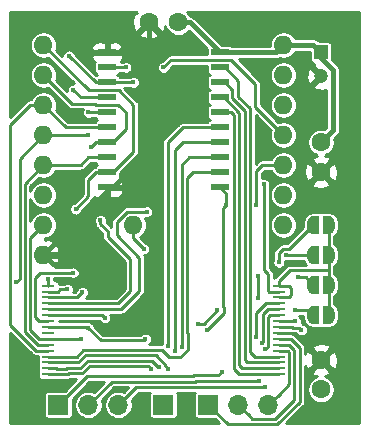
<source format=gbr>
G04 #@! TF.GenerationSoftware,KiCad,Pcbnew,(5.1.5)-3*
G04 #@! TF.CreationDate,2021-02-15T21:04:51-05:00*
G04 #@! TF.ProjectId,c128-sram,63313238-2d73-4726-916d-2e6b69636164,rev?*
G04 #@! TF.SameCoordinates,Original*
G04 #@! TF.FileFunction,Copper,L1,Top*
G04 #@! TF.FilePolarity,Positive*
%FSLAX46Y46*%
G04 Gerber Fmt 4.6, Leading zero omitted, Abs format (unit mm)*
G04 Created by KiCad (PCBNEW (5.1.5)-3) date 2021-02-15 21:04:51*
%MOMM*%
%LPD*%
G04 APERTURE LIST*
%ADD10O,1.600000X1.600000*%
%ADD11C,1.600000*%
%ADD12C,0.100000*%
%ADD13R,1.500000X0.600000*%
%ADD14R,1.100000X0.250000*%
%ADD15R,1.700000X1.700000*%
%ADD16O,1.700000X1.700000*%
%ADD17R,1.200000X1.200000*%
%ADD18C,1.200000*%
%ADD19C,0.400000*%
%ADD20C,0.800000*%
%ADD21C,0.454000*%
%ADD22C,0.250000*%
%ADD23C,0.233000*%
G04 APERTURE END LIST*
D10*
X83819880Y-83821160D03*
X83819880Y-86361160D03*
X83819880Y-88901160D03*
X83819880Y-91441160D03*
X83819880Y-93981160D03*
X83819880Y-96521160D03*
X83819880Y-99061160D03*
D11*
X86995000Y-110490000D03*
X86995000Y-112990000D03*
X74930000Y-81915000D03*
X72430000Y-81915000D03*
X86995000Y-94575000D03*
X86995000Y-92075000D03*
G04 #@! TA.AperFunction,SMDPad,CuDef*
D12*
G36*
X86845000Y-99810000D02*
G01*
X86345000Y-99810000D01*
X86345000Y-99809398D01*
X86320466Y-99809398D01*
X86271635Y-99804588D01*
X86223510Y-99795016D01*
X86176555Y-99780772D01*
X86131222Y-99761995D01*
X86087949Y-99738864D01*
X86047150Y-99711604D01*
X86009221Y-99680476D01*
X85974524Y-99645779D01*
X85943396Y-99607850D01*
X85916136Y-99567051D01*
X85893005Y-99523778D01*
X85874228Y-99478445D01*
X85859984Y-99431490D01*
X85850412Y-99383365D01*
X85845602Y-99334534D01*
X85845602Y-99310000D01*
X85845000Y-99310000D01*
X85845000Y-98810000D01*
X85845602Y-98810000D01*
X85845602Y-98785466D01*
X85850412Y-98736635D01*
X85859984Y-98688510D01*
X85874228Y-98641555D01*
X85893005Y-98596222D01*
X85916136Y-98552949D01*
X85943396Y-98512150D01*
X85974524Y-98474221D01*
X86009221Y-98439524D01*
X86047150Y-98408396D01*
X86087949Y-98381136D01*
X86131222Y-98358005D01*
X86176555Y-98339228D01*
X86223510Y-98324984D01*
X86271635Y-98315412D01*
X86320466Y-98310602D01*
X86345000Y-98310602D01*
X86345000Y-98310000D01*
X86845000Y-98310000D01*
X86845000Y-99810000D01*
G37*
G04 #@! TD.AperFunction*
G04 #@! TA.AperFunction,SMDPad,CuDef*
G36*
X87645000Y-98310602D02*
G01*
X87669534Y-98310602D01*
X87718365Y-98315412D01*
X87766490Y-98324984D01*
X87813445Y-98339228D01*
X87858778Y-98358005D01*
X87902051Y-98381136D01*
X87942850Y-98408396D01*
X87980779Y-98439524D01*
X88015476Y-98474221D01*
X88046604Y-98512150D01*
X88073864Y-98552949D01*
X88096995Y-98596222D01*
X88115772Y-98641555D01*
X88130016Y-98688510D01*
X88139588Y-98736635D01*
X88144398Y-98785466D01*
X88144398Y-98810000D01*
X88145000Y-98810000D01*
X88145000Y-99310000D01*
X88144398Y-99310000D01*
X88144398Y-99334534D01*
X88139588Y-99383365D01*
X88130016Y-99431490D01*
X88115772Y-99478445D01*
X88096995Y-99523778D01*
X88073864Y-99567051D01*
X88046604Y-99607850D01*
X88015476Y-99645779D01*
X87980779Y-99680476D01*
X87942850Y-99711604D01*
X87902051Y-99738864D01*
X87858778Y-99761995D01*
X87813445Y-99780772D01*
X87766490Y-99795016D01*
X87718365Y-99804588D01*
X87669534Y-99809398D01*
X87645000Y-99809398D01*
X87645000Y-99810000D01*
X87145000Y-99810000D01*
X87145000Y-98310000D01*
X87645000Y-98310000D01*
X87645000Y-98310602D01*
G37*
G04 #@! TD.AperFunction*
G04 #@! TA.AperFunction,SMDPad,CuDef*
G36*
X87645000Y-100850602D02*
G01*
X87669534Y-100850602D01*
X87718365Y-100855412D01*
X87766490Y-100864984D01*
X87813445Y-100879228D01*
X87858778Y-100898005D01*
X87902051Y-100921136D01*
X87942850Y-100948396D01*
X87980779Y-100979524D01*
X88015476Y-101014221D01*
X88046604Y-101052150D01*
X88073864Y-101092949D01*
X88096995Y-101136222D01*
X88115772Y-101181555D01*
X88130016Y-101228510D01*
X88139588Y-101276635D01*
X88144398Y-101325466D01*
X88144398Y-101350000D01*
X88145000Y-101350000D01*
X88145000Y-101850000D01*
X88144398Y-101850000D01*
X88144398Y-101874534D01*
X88139588Y-101923365D01*
X88130016Y-101971490D01*
X88115772Y-102018445D01*
X88096995Y-102063778D01*
X88073864Y-102107051D01*
X88046604Y-102147850D01*
X88015476Y-102185779D01*
X87980779Y-102220476D01*
X87942850Y-102251604D01*
X87902051Y-102278864D01*
X87858778Y-102301995D01*
X87813445Y-102320772D01*
X87766490Y-102335016D01*
X87718365Y-102344588D01*
X87669534Y-102349398D01*
X87645000Y-102349398D01*
X87645000Y-102350000D01*
X87145000Y-102350000D01*
X87145000Y-100850000D01*
X87645000Y-100850000D01*
X87645000Y-100850602D01*
G37*
G04 #@! TD.AperFunction*
G04 #@! TA.AperFunction,SMDPad,CuDef*
G36*
X86845000Y-102350000D02*
G01*
X86345000Y-102350000D01*
X86345000Y-102349398D01*
X86320466Y-102349398D01*
X86271635Y-102344588D01*
X86223510Y-102335016D01*
X86176555Y-102320772D01*
X86131222Y-102301995D01*
X86087949Y-102278864D01*
X86047150Y-102251604D01*
X86009221Y-102220476D01*
X85974524Y-102185779D01*
X85943396Y-102147850D01*
X85916136Y-102107051D01*
X85893005Y-102063778D01*
X85874228Y-102018445D01*
X85859984Y-101971490D01*
X85850412Y-101923365D01*
X85845602Y-101874534D01*
X85845602Y-101850000D01*
X85845000Y-101850000D01*
X85845000Y-101350000D01*
X85845602Y-101350000D01*
X85845602Y-101325466D01*
X85850412Y-101276635D01*
X85859984Y-101228510D01*
X85874228Y-101181555D01*
X85893005Y-101136222D01*
X85916136Y-101092949D01*
X85943396Y-101052150D01*
X85974524Y-101014221D01*
X86009221Y-100979524D01*
X86047150Y-100948396D01*
X86087949Y-100921136D01*
X86131222Y-100898005D01*
X86176555Y-100879228D01*
X86223510Y-100864984D01*
X86271635Y-100855412D01*
X86320466Y-100850602D01*
X86345000Y-100850602D01*
X86345000Y-100850000D01*
X86845000Y-100850000D01*
X86845000Y-102350000D01*
G37*
G04 #@! TD.AperFunction*
G04 #@! TA.AperFunction,SMDPad,CuDef*
G36*
X86845000Y-104890000D02*
G01*
X86345000Y-104890000D01*
X86345000Y-104889398D01*
X86320466Y-104889398D01*
X86271635Y-104884588D01*
X86223510Y-104875016D01*
X86176555Y-104860772D01*
X86131222Y-104841995D01*
X86087949Y-104818864D01*
X86047150Y-104791604D01*
X86009221Y-104760476D01*
X85974524Y-104725779D01*
X85943396Y-104687850D01*
X85916136Y-104647051D01*
X85893005Y-104603778D01*
X85874228Y-104558445D01*
X85859984Y-104511490D01*
X85850412Y-104463365D01*
X85845602Y-104414534D01*
X85845602Y-104390000D01*
X85845000Y-104390000D01*
X85845000Y-103890000D01*
X85845602Y-103890000D01*
X85845602Y-103865466D01*
X85850412Y-103816635D01*
X85859984Y-103768510D01*
X85874228Y-103721555D01*
X85893005Y-103676222D01*
X85916136Y-103632949D01*
X85943396Y-103592150D01*
X85974524Y-103554221D01*
X86009221Y-103519524D01*
X86047150Y-103488396D01*
X86087949Y-103461136D01*
X86131222Y-103438005D01*
X86176555Y-103419228D01*
X86223510Y-103404984D01*
X86271635Y-103395412D01*
X86320466Y-103390602D01*
X86345000Y-103390602D01*
X86345000Y-103390000D01*
X86845000Y-103390000D01*
X86845000Y-104890000D01*
G37*
G04 #@! TD.AperFunction*
G04 #@! TA.AperFunction,SMDPad,CuDef*
G36*
X87645000Y-103390602D02*
G01*
X87669534Y-103390602D01*
X87718365Y-103395412D01*
X87766490Y-103404984D01*
X87813445Y-103419228D01*
X87858778Y-103438005D01*
X87902051Y-103461136D01*
X87942850Y-103488396D01*
X87980779Y-103519524D01*
X88015476Y-103554221D01*
X88046604Y-103592150D01*
X88073864Y-103632949D01*
X88096995Y-103676222D01*
X88115772Y-103721555D01*
X88130016Y-103768510D01*
X88139588Y-103816635D01*
X88144398Y-103865466D01*
X88144398Y-103890000D01*
X88145000Y-103890000D01*
X88145000Y-104390000D01*
X88144398Y-104390000D01*
X88144398Y-104414534D01*
X88139588Y-104463365D01*
X88130016Y-104511490D01*
X88115772Y-104558445D01*
X88096995Y-104603778D01*
X88073864Y-104647051D01*
X88046604Y-104687850D01*
X88015476Y-104725779D01*
X87980779Y-104760476D01*
X87942850Y-104791604D01*
X87902051Y-104818864D01*
X87858778Y-104841995D01*
X87813445Y-104860772D01*
X87766490Y-104875016D01*
X87718365Y-104884588D01*
X87669534Y-104889398D01*
X87645000Y-104889398D01*
X87645000Y-104890000D01*
X87145000Y-104890000D01*
X87145000Y-103390000D01*
X87645000Y-103390000D01*
X87645000Y-103390602D01*
G37*
G04 #@! TD.AperFunction*
G04 #@! TA.AperFunction,SMDPad,CuDef*
G36*
X87645000Y-105930602D02*
G01*
X87669534Y-105930602D01*
X87718365Y-105935412D01*
X87766490Y-105944984D01*
X87813445Y-105959228D01*
X87858778Y-105978005D01*
X87902051Y-106001136D01*
X87942850Y-106028396D01*
X87980779Y-106059524D01*
X88015476Y-106094221D01*
X88046604Y-106132150D01*
X88073864Y-106172949D01*
X88096995Y-106216222D01*
X88115772Y-106261555D01*
X88130016Y-106308510D01*
X88139588Y-106356635D01*
X88144398Y-106405466D01*
X88144398Y-106430000D01*
X88145000Y-106430000D01*
X88145000Y-106930000D01*
X88144398Y-106930000D01*
X88144398Y-106954534D01*
X88139588Y-107003365D01*
X88130016Y-107051490D01*
X88115772Y-107098445D01*
X88096995Y-107143778D01*
X88073864Y-107187051D01*
X88046604Y-107227850D01*
X88015476Y-107265779D01*
X87980779Y-107300476D01*
X87942850Y-107331604D01*
X87902051Y-107358864D01*
X87858778Y-107381995D01*
X87813445Y-107400772D01*
X87766490Y-107415016D01*
X87718365Y-107424588D01*
X87669534Y-107429398D01*
X87645000Y-107429398D01*
X87645000Y-107430000D01*
X87145000Y-107430000D01*
X87145000Y-105930000D01*
X87645000Y-105930000D01*
X87645000Y-105930602D01*
G37*
G04 #@! TD.AperFunction*
G04 #@! TA.AperFunction,SMDPad,CuDef*
G36*
X86845000Y-107430000D02*
G01*
X86345000Y-107430000D01*
X86345000Y-107429398D01*
X86320466Y-107429398D01*
X86271635Y-107424588D01*
X86223510Y-107415016D01*
X86176555Y-107400772D01*
X86131222Y-107381995D01*
X86087949Y-107358864D01*
X86047150Y-107331604D01*
X86009221Y-107300476D01*
X85974524Y-107265779D01*
X85943396Y-107227850D01*
X85916136Y-107187051D01*
X85893005Y-107143778D01*
X85874228Y-107098445D01*
X85859984Y-107051490D01*
X85850412Y-107003365D01*
X85845602Y-106954534D01*
X85845602Y-106930000D01*
X85845000Y-106930000D01*
X85845000Y-106430000D01*
X85845602Y-106430000D01*
X85845602Y-106405466D01*
X85850412Y-106356635D01*
X85859984Y-106308510D01*
X85874228Y-106261555D01*
X85893005Y-106216222D01*
X85916136Y-106172949D01*
X85943396Y-106132150D01*
X85974524Y-106094221D01*
X86009221Y-106059524D01*
X86047150Y-106028396D01*
X86087949Y-106001136D01*
X86131222Y-105978005D01*
X86176555Y-105959228D01*
X86223510Y-105944984D01*
X86271635Y-105935412D01*
X86320466Y-105930602D01*
X86345000Y-105930602D01*
X86345000Y-105930000D01*
X86845000Y-105930000D01*
X86845000Y-107430000D01*
G37*
G04 #@! TD.AperFunction*
D13*
X68910000Y-90805000D03*
X68910000Y-89535000D03*
X68910000Y-88265000D03*
X68910000Y-86995000D03*
X68910000Y-85725000D03*
X68910000Y-84455000D03*
X68910000Y-92075000D03*
X68910000Y-93345000D03*
X68910000Y-94615000D03*
X68910000Y-95885000D03*
X78410000Y-95885000D03*
X78410000Y-94615000D03*
X78410000Y-93345000D03*
X78410000Y-92075000D03*
X78410000Y-90805000D03*
X78410000Y-89535000D03*
X78410000Y-88265000D03*
X78410000Y-86995000D03*
X78410000Y-85725000D03*
X78410000Y-84455000D03*
D14*
X63910000Y-104200000D03*
X83410000Y-111700000D03*
X63910000Y-104700000D03*
X63910000Y-105200000D03*
X63910000Y-105700000D03*
X63910000Y-106200000D03*
X63910000Y-106700000D03*
X63910000Y-107200000D03*
X63910000Y-107700000D03*
X63910000Y-108200000D03*
X63910000Y-108700000D03*
X63910000Y-109200000D03*
X63910000Y-109700000D03*
X63910000Y-110200000D03*
X63910000Y-110700000D03*
X63910000Y-111200000D03*
X63910000Y-111700000D03*
X83410000Y-111200000D03*
X83410000Y-110700000D03*
X83410000Y-110200000D03*
X83410000Y-109700000D03*
X83410000Y-109200000D03*
X83410000Y-108700000D03*
X83410000Y-108200000D03*
X83410000Y-107700000D03*
X83410000Y-107200000D03*
X83410000Y-106700000D03*
X83410000Y-106200000D03*
X83410000Y-105700000D03*
X83410000Y-105200000D03*
X83410000Y-104700000D03*
X83410000Y-104200000D03*
D15*
X77470000Y-114300000D03*
D16*
X80010000Y-114300000D03*
X82550000Y-114300000D03*
X69850000Y-114300000D03*
X67310000Y-114300000D03*
D15*
X64770000Y-114300000D03*
X73660000Y-114300000D03*
D10*
X63499880Y-83821160D03*
X71119880Y-99061160D03*
X63499880Y-86361160D03*
X63499880Y-88901160D03*
X63499880Y-91441160D03*
X63499880Y-93981160D03*
X63499880Y-96521160D03*
X63499880Y-99061160D03*
X63499880Y-101601160D03*
D17*
X86995000Y-84455000D03*
D18*
X86995000Y-86455000D03*
D19*
X72136000Y-108712000D03*
X67254001Y-107751999D03*
D20*
X68580000Y-103505000D03*
D19*
X61849000Y-110617000D03*
X83439000Y-102235000D03*
X84064010Y-101600000D03*
X85090000Y-103505000D03*
X81661000Y-103378000D03*
X81661000Y-105283000D03*
X84836000Y-106299000D03*
X77325999Y-107967001D03*
X78994000Y-97409000D03*
X81534000Y-97409000D03*
X76581000Y-107442000D03*
X78232000Y-106299000D03*
X61214000Y-103886000D03*
X67310000Y-89535000D03*
X63881000Y-103632000D03*
X67310000Y-91440000D03*
X66040000Y-87630000D03*
X82169000Y-95631000D03*
X71120000Y-86995000D03*
X65659000Y-84744000D03*
X65532000Y-104521000D03*
X73660000Y-85725000D03*
X70485000Y-85725000D03*
X66802000Y-104775000D03*
X67546500Y-92438500D03*
X68326000Y-98679000D03*
X66022999Y-103106999D03*
X66222998Y-97718998D03*
X74041000Y-111252000D03*
X75201001Y-109364001D03*
X73279000Y-111125000D03*
X74676000Y-109728000D03*
X72644000Y-111252000D03*
X74041000Y-109347000D03*
X72243841Y-97936159D03*
X66675000Y-108712000D03*
X72009000Y-101081650D03*
X85344000Y-107950000D03*
X84824000Y-107200000D03*
X82296000Y-109601000D03*
X82296000Y-112776000D03*
X81978500Y-109029500D03*
X81770999Y-112250999D03*
X81534000Y-108585000D03*
X78613000Y-111506000D03*
X68707000Y-106934000D03*
D21*
X83186040Y-84455000D02*
X83819880Y-83821160D01*
X78410000Y-84455000D02*
X83186040Y-84455000D01*
X86361160Y-83821160D02*
X86995000Y-84455000D01*
X83819880Y-83821160D02*
X86361160Y-83821160D01*
X75870000Y-81915000D02*
X78410000Y-84455000D01*
X74930000Y-81915000D02*
X75870000Y-81915000D01*
X87794999Y-91275001D02*
X86995000Y-92075000D01*
X88022001Y-91047999D02*
X87794999Y-91275001D01*
X88022001Y-85962039D02*
X88022001Y-91047999D01*
X86995000Y-84935038D02*
X88022001Y-85962039D01*
X86995000Y-84455000D02*
X86995000Y-84935038D01*
D22*
X67202002Y-107700000D02*
X67254001Y-107751999D01*
X63910000Y-107700000D02*
X67202002Y-107700000D01*
X68341002Y-108839000D02*
X72009000Y-108839000D01*
X72009000Y-108839000D02*
X72136000Y-108712000D01*
X67254001Y-107751999D02*
X68341002Y-108839000D01*
D21*
X68910000Y-96191040D02*
X68910000Y-95885000D01*
X63499880Y-101601160D02*
X68910000Y-96191040D01*
X71630001Y-82714999D02*
X72430000Y-81915000D01*
X69890000Y-84455000D02*
X71630001Y-82714999D01*
X68910000Y-84455000D02*
X69890000Y-84455000D01*
X72430000Y-83046370D02*
X72430000Y-81915000D01*
X72430000Y-92815000D02*
X72430000Y-83046370D01*
X69360000Y-95885000D02*
X72430000Y-92815000D01*
X68910000Y-95885000D02*
X69360000Y-95885000D01*
X69890000Y-84455000D02*
X70485000Y-84455000D01*
X70485000Y-84455000D02*
X72390000Y-86360000D01*
X64299879Y-102401159D02*
X67476159Y-102401159D01*
X63499880Y-101601160D02*
X64299879Y-102401159D01*
X67476159Y-102401159D02*
X68580000Y-103505000D01*
D22*
X84705000Y-108200000D02*
X86995000Y-110490000D01*
X83410000Y-108200000D02*
X84705000Y-108200000D01*
X83812009Y-101074999D02*
X83439000Y-101448008D01*
X86345000Y-99060000D02*
X84330001Y-101074999D01*
X84330001Y-101074999D02*
X83812009Y-101074999D01*
X83439000Y-101448008D02*
X83439000Y-102235000D01*
X87645000Y-99060000D02*
X87645000Y-101600000D01*
X87645000Y-104140000D02*
X87645000Y-106680000D01*
X84350000Y-102885000D02*
X87645000Y-102885000D01*
X83410000Y-103825000D02*
X84350000Y-102885000D01*
X83410000Y-104200000D02*
X83410000Y-103825000D01*
X87645000Y-101600000D02*
X87645000Y-102885000D01*
X87645000Y-102885000D02*
X87645000Y-104140000D01*
X84261000Y-104200000D02*
X83410000Y-104200000D01*
X84455000Y-104394000D02*
X84261000Y-104200000D01*
X84455000Y-105029000D02*
X84455000Y-104394000D01*
X83410000Y-105200000D02*
X84284000Y-105200000D01*
X84284000Y-105200000D02*
X84455000Y-105029000D01*
X84064010Y-101600000D02*
X85090000Y-101600000D01*
X84709000Y-101600000D02*
X85090000Y-101600000D01*
X85090000Y-101600000D02*
X86345000Y-101600000D01*
X85710000Y-103505000D02*
X86345000Y-104140000D01*
X85090000Y-103505000D02*
X85710000Y-103505000D01*
X81661000Y-103378000D02*
X81661000Y-103660842D01*
X81661000Y-103660842D02*
X81661000Y-105283000D01*
X85964000Y-106299000D02*
X86345000Y-106680000D01*
X84836000Y-106299000D02*
X85964000Y-106299000D01*
X78994000Y-96469000D02*
X78410000Y-95885000D01*
X78994000Y-97409000D02*
X78994000Y-96469000D01*
X82040840Y-93981160D02*
X83819880Y-93981160D01*
X81534000Y-97409000D02*
X81534000Y-94488000D01*
X81534000Y-94488000D02*
X82040840Y-93981160D01*
X78740000Y-97663000D02*
X78994000Y-97409000D01*
X78740000Y-106029998D02*
X78740000Y-97663000D01*
X78757001Y-106046999D02*
X78740000Y-106029998D01*
X77325999Y-107967001D02*
X78757001Y-106535999D01*
X78757001Y-106535999D02*
X78757001Y-106046999D01*
X77089000Y-107442000D02*
X78232000Y-106299000D01*
X76581000Y-107442000D02*
X77089000Y-107442000D01*
X65403720Y-90805000D02*
X68910000Y-90805000D01*
X63499880Y-88901160D02*
X65403720Y-90805000D01*
X63110000Y-109700000D02*
X63910000Y-109700000D01*
X62877178Y-109700000D02*
X63110000Y-109700000D01*
X60688999Y-107511821D02*
X62877178Y-109700000D01*
X60688999Y-90580671D02*
X60688999Y-107511821D01*
X62368510Y-88901160D02*
X60688999Y-90580671D01*
X63499880Y-88901160D02*
X62368510Y-88901160D01*
X67310000Y-89535000D02*
X68910000Y-89535000D01*
X61474861Y-103625139D02*
X61214000Y-103886000D01*
X63499880Y-91441160D02*
X61474860Y-93466180D01*
X61474860Y-93466180D02*
X61474861Y-103625139D01*
X64631250Y-91441160D02*
X64632410Y-91440000D01*
X63499880Y-91441160D02*
X64631250Y-91441160D01*
X64632410Y-91440000D02*
X67310000Y-91440000D01*
X63881000Y-104171000D02*
X63910000Y-104200000D01*
X63881000Y-103632000D02*
X63881000Y-104171000D01*
X68910000Y-88265000D02*
X67307310Y-88265000D01*
X67307310Y-88265000D02*
X66675000Y-88265000D01*
X66675000Y-88265000D02*
X66040000Y-87630000D01*
X83410000Y-104700000D02*
X82602000Y-104700000D01*
X82534999Y-104632999D02*
X82534999Y-103235999D01*
X82602000Y-104700000D02*
X82534999Y-104632999D01*
X82534999Y-103235999D02*
X82169000Y-102870000D01*
X82169000Y-102870000D02*
X82169000Y-95631000D01*
X71120000Y-86995000D02*
X68910000Y-86995000D01*
X67910000Y-86995000D02*
X65659000Y-84744000D01*
X68910000Y-86995000D02*
X67910000Y-86995000D01*
X63910000Y-104700000D02*
X64591000Y-104700000D01*
X64695000Y-104700000D02*
X64874000Y-104521000D01*
X64591000Y-104700000D02*
X64695000Y-104700000D01*
X64874000Y-104521000D02*
X65532000Y-104521000D01*
X68910000Y-85725000D02*
X70485000Y-85725000D01*
X63910000Y-105200000D02*
X64727410Y-105200000D01*
X83019881Y-90641161D02*
X83819880Y-91441160D01*
X81429039Y-89050319D02*
X83019881Y-90641161D01*
X81429039Y-87109037D02*
X81429039Y-89050319D01*
X79410002Y-85090000D02*
X81429039Y-87109037D01*
X74295000Y-85090000D02*
X79410002Y-85090000D01*
X73660000Y-85725000D02*
X74295000Y-85090000D01*
X64727410Y-105200000D02*
X66377000Y-105200000D01*
X66377000Y-105200000D02*
X66802000Y-104775000D01*
X67834999Y-88809999D02*
X67925000Y-88900000D01*
X63499880Y-86361160D02*
X65948719Y-88809999D01*
X65948719Y-88809999D02*
X67834999Y-88809999D01*
X67925000Y-88900000D02*
X69850000Y-88900000D01*
X69850000Y-88900000D02*
X70485000Y-89535000D01*
X69360000Y-92075000D02*
X68910000Y-92075000D01*
X70485000Y-90950000D02*
X69360000Y-92075000D01*
X70485000Y-89535000D02*
X70485000Y-90950000D01*
X63910000Y-105700000D02*
X64863820Y-105700000D01*
X67910000Y-92075000D02*
X67546500Y-92438500D01*
X68910000Y-92075000D02*
X67910000Y-92075000D01*
X67546500Y-92438500D02*
X67529000Y-92456000D01*
X64863820Y-105700000D02*
X69814000Y-105700000D01*
X69814000Y-105700000D02*
X70866000Y-104648000D01*
X70866000Y-104648000D02*
X70866000Y-101981000D01*
X70866000Y-101981000D02*
X68961000Y-100076000D01*
X68961000Y-99596842D02*
X68961000Y-100076000D01*
X68326000Y-98961842D02*
X68961000Y-99596842D01*
X68326000Y-98679000D02*
X68326000Y-98961842D01*
X63499880Y-93981160D02*
X66673840Y-93981160D01*
X66673840Y-93981160D02*
X67310000Y-93345000D01*
X67310000Y-93345000D02*
X68910000Y-93345000D01*
X63110000Y-109200000D02*
X63910000Y-109200000D01*
X63013588Y-109200000D02*
X63110000Y-109200000D01*
X61924870Y-108111282D02*
X63013588Y-109200000D01*
X61924869Y-95556171D02*
X61924870Y-108111282D01*
X63499880Y-93981160D02*
X61924869Y-95556171D01*
X67318719Y-87639999D02*
X69859999Y-87639999D01*
X63499880Y-83821160D02*
X67318719Y-87639999D01*
X69859999Y-87639999D02*
X71120000Y-88900000D01*
X69360000Y-94615000D02*
X68910000Y-94615000D01*
X71120000Y-92855000D02*
X69360000Y-94615000D01*
X71120000Y-88900000D02*
X71120000Y-92855000D01*
X67910000Y-94615000D02*
X67310000Y-95215000D01*
X68910000Y-94615000D02*
X67910000Y-94615000D01*
X63149998Y-107200000D02*
X62824889Y-106874891D01*
X63910000Y-107200000D02*
X63149998Y-107200000D01*
X62824889Y-106874891D02*
X62824889Y-104394000D01*
X62824889Y-104394000D02*
X62824889Y-103545111D01*
X62824889Y-103545111D02*
X63246000Y-103124000D01*
X63628999Y-103106999D02*
X66022999Y-103106999D01*
X63246000Y-103124000D02*
X63611998Y-103124000D01*
X63611998Y-103124000D02*
X63628999Y-103106999D01*
X67310000Y-96631996D02*
X66222998Y-97718998D01*
X67310000Y-95215000D02*
X67310000Y-96631996D01*
X75692000Y-95123000D02*
X76200000Y-94615000D01*
X75692000Y-108204000D02*
X75692000Y-95123000D01*
X76200000Y-94615000D02*
X78410000Y-94615000D01*
X75726002Y-108238002D02*
X75692000Y-108204000D01*
X75726002Y-109616002D02*
X75726002Y-108238002D01*
X66324360Y-110200000D02*
X66876390Y-109647970D01*
X63910000Y-110200000D02*
X66324360Y-110200000D01*
X73564968Y-109647970D02*
X74169999Y-110253001D01*
X66876390Y-109647970D02*
X73564968Y-109647970D01*
X74169999Y-110253001D02*
X75089003Y-110253001D01*
X75089003Y-110253001D02*
X75726002Y-109616002D01*
X73914000Y-111125000D02*
X74041000Y-111252000D01*
X73914000Y-110998000D02*
X73914000Y-111125000D01*
X73013980Y-110097980D02*
X73914000Y-110998000D01*
X67062790Y-110097980D02*
X73013980Y-110097980D01*
X63910000Y-110700000D02*
X66460770Y-110700000D01*
X66460770Y-110700000D02*
X67062790Y-110097980D01*
X75819000Y-93345000D02*
X78410000Y-93345000D01*
X75201001Y-109364001D02*
X75201001Y-93962999D01*
X75201001Y-93962999D02*
X75819000Y-93345000D01*
X64583001Y-111200000D02*
X64632991Y-111249990D01*
X63910000Y-111200000D02*
X64583001Y-111200000D01*
X65405600Y-111249990D02*
X65472600Y-111182990D01*
X64632991Y-111249990D02*
X65405600Y-111249990D01*
X66614190Y-111182990D02*
X67249190Y-110547990D01*
X65472600Y-111182990D02*
X66614190Y-111182990D01*
X72716992Y-110547990D02*
X73152000Y-110982998D01*
X67249190Y-110547990D02*
X72716992Y-110547990D01*
X73152000Y-110982998D02*
X73152000Y-110998000D01*
X73152000Y-110998000D02*
X73279000Y-111125000D01*
X75311000Y-92075000D02*
X78410000Y-92075000D01*
X74676000Y-109728000D02*
X74676000Y-92710000D01*
X74676000Y-92710000D02*
X75311000Y-92075000D01*
X63910000Y-111700000D02*
X65592000Y-111700000D01*
X66800590Y-111633000D02*
X67435590Y-110998000D01*
X65592000Y-111700000D02*
X65659000Y-111633000D01*
X65659000Y-111633000D02*
X66800590Y-111633000D01*
X67435590Y-110998000D02*
X72390000Y-110998000D01*
X72390000Y-110998000D02*
X72517000Y-111125000D01*
X72517000Y-111125000D02*
X72644000Y-111252000D01*
X75311000Y-90805000D02*
X78410000Y-90805000D01*
X74041000Y-109347000D02*
X74041000Y-92075000D01*
X74041000Y-92075000D02*
X75311000Y-90805000D01*
X80077000Y-111700000D02*
X83410000Y-111700000D01*
X79629000Y-111252000D02*
X80077000Y-111700000D01*
X79629000Y-89754000D02*
X79629000Y-111252000D01*
X78410000Y-89535000D02*
X79410000Y-89535000D01*
X79410000Y-89535000D02*
X79629000Y-89754000D01*
X80339000Y-111200000D02*
X83410000Y-111200000D01*
X80079010Y-110940010D02*
X80339000Y-111200000D01*
X80079010Y-89567600D02*
X80079010Y-110940010D01*
X78410000Y-88265000D02*
X78776410Y-88265000D01*
X78776410Y-88265000D02*
X80079010Y-89567600D01*
X80728000Y-110700000D02*
X83410000Y-110700000D01*
X78860000Y-86995000D02*
X79485001Y-87620001D01*
X78410000Y-86995000D02*
X78860000Y-86995000D01*
X79485001Y-87620001D02*
X79485001Y-88337181D01*
X80529020Y-89381200D02*
X80529020Y-110501020D01*
X79485001Y-88337181D02*
X80529020Y-89381200D01*
X80529020Y-110501020D02*
X80728000Y-110700000D01*
X81371000Y-110200000D02*
X83410000Y-110200000D01*
X78860000Y-85725000D02*
X80010000Y-86875000D01*
X78410000Y-85725000D02*
X78860000Y-85725000D01*
X80010000Y-86875000D02*
X80010000Y-88225770D01*
X80010000Y-88225770D02*
X80979030Y-89194800D01*
X80979030Y-89194800D02*
X80979030Y-109808030D01*
X80979030Y-109808030D02*
X81371000Y-110200000D01*
X69723000Y-99949000D02*
X69723000Y-98793038D01*
X67211000Y-106200000D02*
X67239000Y-106172000D01*
X63910000Y-106200000D02*
X67211000Y-106200000D01*
X69723000Y-98793038D02*
X70579879Y-97936159D01*
X67239000Y-106172000D02*
X70104000Y-106172000D01*
X70104000Y-106172000D02*
X71628000Y-104648000D01*
X71628000Y-104648000D02*
X71628000Y-101854000D01*
X71628000Y-101854000D02*
X69723000Y-99949000D01*
X70579879Y-97936159D02*
X72243841Y-97936159D01*
X62699881Y-99861159D02*
X63499880Y-99061160D01*
X62374879Y-100186161D02*
X62699881Y-99861159D01*
X62374879Y-107924881D02*
X62374879Y-100186161D01*
X63149998Y-108700000D02*
X62374879Y-107924881D01*
X63910000Y-108700000D02*
X63149998Y-108700000D01*
X66663000Y-108700000D02*
X66675000Y-108712000D01*
X63910000Y-108700000D02*
X66663000Y-108700000D01*
X83399999Y-113450001D02*
X82550000Y-114300000D01*
X84285001Y-112564999D02*
X83399999Y-113450001D01*
X84285001Y-109814999D02*
X84285001Y-112564999D01*
X84170002Y-109700000D02*
X84285001Y-109814999D01*
X83410000Y-109700000D02*
X84170002Y-109700000D01*
X84306412Y-109200000D02*
X84735011Y-109628599D01*
X83410000Y-109200000D02*
X84306412Y-109200000D01*
X80859999Y-115149999D02*
X80010000Y-114300000D01*
X81185001Y-115475001D02*
X80859999Y-115149999D01*
X83114001Y-115475001D02*
X81185001Y-115475001D01*
X84735009Y-113853993D02*
X83114001Y-115475001D01*
X84735011Y-109628599D02*
X84735009Y-113853993D01*
X84442820Y-108700000D02*
X85185020Y-109442200D01*
X83410000Y-108700000D02*
X84442820Y-108700000D01*
X83300401Y-115925011D02*
X79095011Y-115925011D01*
X85185020Y-109442200D02*
X85185018Y-114040394D01*
X85185018Y-114040394D02*
X83300401Y-115925011D01*
X79095011Y-115925011D02*
X77470000Y-114300000D01*
X71119880Y-100192530D02*
X72009000Y-101081650D01*
X71119880Y-99061160D02*
X71119880Y-100192530D01*
X85144001Y-107750001D02*
X85344000Y-107950000D01*
X85143990Y-107749990D02*
X85144001Y-107750001D01*
X84596988Y-107749990D02*
X85143990Y-107749990D01*
X84546998Y-107700000D02*
X84596988Y-107749990D01*
X83410000Y-107700000D02*
X84546998Y-107700000D01*
X83410000Y-107200000D02*
X84824000Y-107200000D01*
X71374000Y-112776000D02*
X69850000Y-114300000D01*
X76534000Y-112776000D02*
X71374000Y-112776000D01*
X82534999Y-106814999D02*
X82534999Y-108814999D01*
X83410000Y-106700000D02*
X82649998Y-106700000D01*
X82649998Y-106700000D02*
X82534999Y-106814999D01*
X82534999Y-108814999D02*
X82534999Y-109347000D01*
X82534999Y-109347000D02*
X82534999Y-109362001D01*
X82534999Y-109362001D02*
X82296000Y-109601000D01*
X76534000Y-112776000D02*
X82296000Y-112776000D01*
X83410000Y-106200000D02*
X82473590Y-106200000D01*
X82084990Y-106588600D02*
X82084990Y-108923010D01*
X82473590Y-106200000D02*
X82084990Y-106588600D01*
X82084990Y-108923010D02*
X81978500Y-109029500D01*
X76422591Y-112250999D02*
X81770999Y-112250999D01*
X76347600Y-112325990D02*
X76422591Y-112250999D01*
X67310000Y-114300000D02*
X69284010Y-112325990D01*
X69284010Y-112325990D02*
X76347600Y-112325990D01*
X76161200Y-111875980D02*
X67194020Y-111875980D01*
X83410000Y-105700000D02*
X82337180Y-105700000D01*
X67194020Y-111875980D02*
X64770000Y-114300000D01*
X82337180Y-105700000D02*
X81534000Y-106503180D01*
X81534000Y-106503180D02*
X81534000Y-108585000D01*
X76236191Y-111800989D02*
X76161200Y-111875980D01*
X78318011Y-111800989D02*
X76236191Y-111800989D01*
X78613000Y-111506000D02*
X78318011Y-111800989D01*
X63910000Y-106700000D02*
X67711000Y-106700000D01*
X67711000Y-106700000D02*
X68473000Y-106700000D01*
X68473000Y-106700000D02*
X68707000Y-106934000D01*
X68707000Y-106934000D02*
X68707000Y-106934000D01*
D23*
G36*
X62525177Y-110019043D02*
G01*
X62540033Y-110037145D01*
X62612285Y-110096441D01*
X62694716Y-110140501D01*
X62784160Y-110167634D01*
X62853875Y-110174500D01*
X62853884Y-110174500D01*
X62877177Y-110176794D01*
X62900470Y-110174500D01*
X63008809Y-110174500D01*
X63008809Y-110325000D01*
X63015557Y-110393514D01*
X63032692Y-110450000D01*
X63015557Y-110506486D01*
X63008809Y-110575000D01*
X63008809Y-110825000D01*
X63015557Y-110893514D01*
X63032692Y-110950000D01*
X63015557Y-111006486D01*
X63008809Y-111075000D01*
X63008809Y-111325000D01*
X63015557Y-111393514D01*
X63032692Y-111450000D01*
X63015557Y-111506486D01*
X63008809Y-111575000D01*
X63008809Y-111825000D01*
X63015557Y-111893514D01*
X63035542Y-111959395D01*
X63067995Y-112020111D01*
X63111670Y-112073330D01*
X63164889Y-112117005D01*
X63225605Y-112149458D01*
X63291486Y-112169443D01*
X63360000Y-112176191D01*
X64460000Y-112176191D01*
X64477169Y-112174500D01*
X65568700Y-112174500D01*
X65592000Y-112176795D01*
X65615300Y-112174500D01*
X65615303Y-112174500D01*
X65685018Y-112167634D01*
X65774462Y-112140501D01*
X65836203Y-112107500D01*
X66291456Y-112107500D01*
X65300148Y-113098809D01*
X63920000Y-113098809D01*
X63851486Y-113105557D01*
X63785605Y-113125542D01*
X63724889Y-113157995D01*
X63671670Y-113201670D01*
X63627995Y-113254889D01*
X63595542Y-113315605D01*
X63575557Y-113381486D01*
X63568809Y-113450000D01*
X63568809Y-115150000D01*
X63575557Y-115218514D01*
X63595542Y-115284395D01*
X63627995Y-115345111D01*
X63671670Y-115398330D01*
X63724889Y-115442005D01*
X63785605Y-115474458D01*
X63851486Y-115494443D01*
X63920000Y-115501191D01*
X65620000Y-115501191D01*
X65688514Y-115494443D01*
X65754395Y-115474458D01*
X65815111Y-115442005D01*
X65868330Y-115398330D01*
X65912005Y-115345111D01*
X65944458Y-115284395D01*
X65964443Y-115218514D01*
X65971191Y-115150000D01*
X65971191Y-113769852D01*
X67390564Y-112350480D01*
X68588475Y-112350480D01*
X67753558Y-113185398D01*
X67659881Y-113146596D01*
X67428140Y-113100500D01*
X67191860Y-113100500D01*
X66960119Y-113146596D01*
X66741824Y-113237017D01*
X66545363Y-113368287D01*
X66378287Y-113535363D01*
X66247017Y-113731824D01*
X66156596Y-113950119D01*
X66110500Y-114181860D01*
X66110500Y-114418140D01*
X66156596Y-114649881D01*
X66247017Y-114868176D01*
X66378287Y-115064637D01*
X66545363Y-115231713D01*
X66741824Y-115362983D01*
X66960119Y-115453404D01*
X67191860Y-115499500D01*
X67428140Y-115499500D01*
X67659881Y-115453404D01*
X67878176Y-115362983D01*
X68074637Y-115231713D01*
X68241713Y-115064637D01*
X68372983Y-114868176D01*
X68463404Y-114649881D01*
X68509500Y-114418140D01*
X68509500Y-114181860D01*
X68463404Y-113950119D01*
X68424602Y-113856442D01*
X69480555Y-112800490D01*
X70678466Y-112800490D01*
X70293558Y-113185398D01*
X70199881Y-113146596D01*
X69968140Y-113100500D01*
X69731860Y-113100500D01*
X69500119Y-113146596D01*
X69281824Y-113237017D01*
X69085363Y-113368287D01*
X68918287Y-113535363D01*
X68787017Y-113731824D01*
X68696596Y-113950119D01*
X68650500Y-114181860D01*
X68650500Y-114418140D01*
X68696596Y-114649881D01*
X68787017Y-114868176D01*
X68918287Y-115064637D01*
X69085363Y-115231713D01*
X69281824Y-115362983D01*
X69500119Y-115453404D01*
X69731860Y-115499500D01*
X69968140Y-115499500D01*
X70199881Y-115453404D01*
X70418176Y-115362983D01*
X70614637Y-115231713D01*
X70781713Y-115064637D01*
X70912983Y-114868176D01*
X71003404Y-114649881D01*
X71049500Y-114418140D01*
X71049500Y-114181860D01*
X71003404Y-113950119D01*
X70964602Y-113856442D01*
X71570544Y-113250500D01*
X72521597Y-113250500D01*
X72517995Y-113254889D01*
X72485542Y-113315605D01*
X72465557Y-113381486D01*
X72458809Y-113450000D01*
X72458809Y-115150000D01*
X72465557Y-115218514D01*
X72485542Y-115284395D01*
X72517995Y-115345111D01*
X72561670Y-115398330D01*
X72614889Y-115442005D01*
X72675605Y-115474458D01*
X72741486Y-115494443D01*
X72810000Y-115501191D01*
X74510000Y-115501191D01*
X74578514Y-115494443D01*
X74644395Y-115474458D01*
X74705111Y-115442005D01*
X74758330Y-115398330D01*
X74802005Y-115345111D01*
X74834458Y-115284395D01*
X74854443Y-115218514D01*
X74861191Y-115150000D01*
X74861191Y-113450000D01*
X74854443Y-113381486D01*
X74834458Y-113315605D01*
X74802005Y-113254889D01*
X74798403Y-113250500D01*
X76331597Y-113250500D01*
X76327995Y-113254889D01*
X76295542Y-113315605D01*
X76275557Y-113381486D01*
X76268809Y-113450000D01*
X76268809Y-115150000D01*
X76275557Y-115218514D01*
X76295542Y-115284395D01*
X76327995Y-115345111D01*
X76371670Y-115398330D01*
X76424889Y-115442005D01*
X76485605Y-115474458D01*
X76551486Y-115494443D01*
X76620000Y-115501191D01*
X78000147Y-115501191D01*
X78329456Y-115830500D01*
X60699500Y-115830500D01*
X60699500Y-108193365D01*
X62525177Y-110019043D01*
G37*
X62525177Y-110019043D02*
X62540033Y-110037145D01*
X62612285Y-110096441D01*
X62694716Y-110140501D01*
X62784160Y-110167634D01*
X62853875Y-110174500D01*
X62853884Y-110174500D01*
X62877177Y-110176794D01*
X62900470Y-110174500D01*
X63008809Y-110174500D01*
X63008809Y-110325000D01*
X63015557Y-110393514D01*
X63032692Y-110450000D01*
X63015557Y-110506486D01*
X63008809Y-110575000D01*
X63008809Y-110825000D01*
X63015557Y-110893514D01*
X63032692Y-110950000D01*
X63015557Y-111006486D01*
X63008809Y-111075000D01*
X63008809Y-111325000D01*
X63015557Y-111393514D01*
X63032692Y-111450000D01*
X63015557Y-111506486D01*
X63008809Y-111575000D01*
X63008809Y-111825000D01*
X63015557Y-111893514D01*
X63035542Y-111959395D01*
X63067995Y-112020111D01*
X63111670Y-112073330D01*
X63164889Y-112117005D01*
X63225605Y-112149458D01*
X63291486Y-112169443D01*
X63360000Y-112176191D01*
X64460000Y-112176191D01*
X64477169Y-112174500D01*
X65568700Y-112174500D01*
X65592000Y-112176795D01*
X65615300Y-112174500D01*
X65615303Y-112174500D01*
X65685018Y-112167634D01*
X65774462Y-112140501D01*
X65836203Y-112107500D01*
X66291456Y-112107500D01*
X65300148Y-113098809D01*
X63920000Y-113098809D01*
X63851486Y-113105557D01*
X63785605Y-113125542D01*
X63724889Y-113157995D01*
X63671670Y-113201670D01*
X63627995Y-113254889D01*
X63595542Y-113315605D01*
X63575557Y-113381486D01*
X63568809Y-113450000D01*
X63568809Y-115150000D01*
X63575557Y-115218514D01*
X63595542Y-115284395D01*
X63627995Y-115345111D01*
X63671670Y-115398330D01*
X63724889Y-115442005D01*
X63785605Y-115474458D01*
X63851486Y-115494443D01*
X63920000Y-115501191D01*
X65620000Y-115501191D01*
X65688514Y-115494443D01*
X65754395Y-115474458D01*
X65815111Y-115442005D01*
X65868330Y-115398330D01*
X65912005Y-115345111D01*
X65944458Y-115284395D01*
X65964443Y-115218514D01*
X65971191Y-115150000D01*
X65971191Y-113769852D01*
X67390564Y-112350480D01*
X68588475Y-112350480D01*
X67753558Y-113185398D01*
X67659881Y-113146596D01*
X67428140Y-113100500D01*
X67191860Y-113100500D01*
X66960119Y-113146596D01*
X66741824Y-113237017D01*
X66545363Y-113368287D01*
X66378287Y-113535363D01*
X66247017Y-113731824D01*
X66156596Y-113950119D01*
X66110500Y-114181860D01*
X66110500Y-114418140D01*
X66156596Y-114649881D01*
X66247017Y-114868176D01*
X66378287Y-115064637D01*
X66545363Y-115231713D01*
X66741824Y-115362983D01*
X66960119Y-115453404D01*
X67191860Y-115499500D01*
X67428140Y-115499500D01*
X67659881Y-115453404D01*
X67878176Y-115362983D01*
X68074637Y-115231713D01*
X68241713Y-115064637D01*
X68372983Y-114868176D01*
X68463404Y-114649881D01*
X68509500Y-114418140D01*
X68509500Y-114181860D01*
X68463404Y-113950119D01*
X68424602Y-113856442D01*
X69480555Y-112800490D01*
X70678466Y-112800490D01*
X70293558Y-113185398D01*
X70199881Y-113146596D01*
X69968140Y-113100500D01*
X69731860Y-113100500D01*
X69500119Y-113146596D01*
X69281824Y-113237017D01*
X69085363Y-113368287D01*
X68918287Y-113535363D01*
X68787017Y-113731824D01*
X68696596Y-113950119D01*
X68650500Y-114181860D01*
X68650500Y-114418140D01*
X68696596Y-114649881D01*
X68787017Y-114868176D01*
X68918287Y-115064637D01*
X69085363Y-115231713D01*
X69281824Y-115362983D01*
X69500119Y-115453404D01*
X69731860Y-115499500D01*
X69968140Y-115499500D01*
X70199881Y-115453404D01*
X70418176Y-115362983D01*
X70614637Y-115231713D01*
X70781713Y-115064637D01*
X70912983Y-114868176D01*
X71003404Y-114649881D01*
X71049500Y-114418140D01*
X71049500Y-114181860D01*
X71003404Y-113950119D01*
X70964602Y-113856442D01*
X71570544Y-113250500D01*
X72521597Y-113250500D01*
X72517995Y-113254889D01*
X72485542Y-113315605D01*
X72465557Y-113381486D01*
X72458809Y-113450000D01*
X72458809Y-115150000D01*
X72465557Y-115218514D01*
X72485542Y-115284395D01*
X72517995Y-115345111D01*
X72561670Y-115398330D01*
X72614889Y-115442005D01*
X72675605Y-115474458D01*
X72741486Y-115494443D01*
X72810000Y-115501191D01*
X74510000Y-115501191D01*
X74578514Y-115494443D01*
X74644395Y-115474458D01*
X74705111Y-115442005D01*
X74758330Y-115398330D01*
X74802005Y-115345111D01*
X74834458Y-115284395D01*
X74854443Y-115218514D01*
X74861191Y-115150000D01*
X74861191Y-113450000D01*
X74854443Y-113381486D01*
X74834458Y-113315605D01*
X74802005Y-113254889D01*
X74798403Y-113250500D01*
X76331597Y-113250500D01*
X76327995Y-113254889D01*
X76295542Y-113315605D01*
X76275557Y-113381486D01*
X76268809Y-113450000D01*
X76268809Y-115150000D01*
X76275557Y-115218514D01*
X76295542Y-115284395D01*
X76327995Y-115345111D01*
X76371670Y-115398330D01*
X76424889Y-115442005D01*
X76485605Y-115474458D01*
X76551486Y-115494443D01*
X76620000Y-115501191D01*
X78000147Y-115501191D01*
X78329456Y-115830500D01*
X60699500Y-115830500D01*
X60699500Y-108193365D01*
X62525177Y-110019043D01*
G36*
X90176501Y-115830500D02*
G01*
X84065955Y-115830500D01*
X85504065Y-114392391D01*
X85522162Y-114377539D01*
X85537013Y-114359443D01*
X85537017Y-114359439D01*
X85581458Y-114305288D01*
X85625519Y-114222856D01*
X85652651Y-114133413D01*
X85661813Y-114040394D01*
X85659517Y-114017084D01*
X85659517Y-112876784D01*
X85845500Y-112876784D01*
X85845500Y-113103216D01*
X85889675Y-113325297D01*
X85976326Y-113534492D01*
X86102125Y-113722764D01*
X86262236Y-113882875D01*
X86450508Y-114008674D01*
X86659703Y-114095325D01*
X86881784Y-114139500D01*
X87108216Y-114139500D01*
X87330297Y-114095325D01*
X87539492Y-114008674D01*
X87727764Y-113882875D01*
X87887875Y-113722764D01*
X88013674Y-113534492D01*
X88100325Y-113325297D01*
X88144500Y-113103216D01*
X88144500Y-112876784D01*
X88100325Y-112654703D01*
X88013674Y-112445508D01*
X87887875Y-112257236D01*
X87727764Y-112097125D01*
X87539492Y-111971326D01*
X87330297Y-111884675D01*
X87315399Y-111881712D01*
X87353692Y-111875724D01*
X87617142Y-111779120D01*
X87721221Y-111723487D01*
X87794267Y-111483721D01*
X86995000Y-110684454D01*
X86195733Y-111483721D01*
X86268779Y-111723487D01*
X86523374Y-111841465D01*
X86682820Y-111880077D01*
X86659703Y-111884675D01*
X86450508Y-111971326D01*
X86262236Y-112097125D01*
X86102125Y-112257236D01*
X85976326Y-112445508D01*
X85889675Y-112654703D01*
X85845500Y-112876784D01*
X85659517Y-112876784D01*
X85659519Y-110985710D01*
X85705880Y-111112142D01*
X85761513Y-111216221D01*
X86001279Y-111289267D01*
X86800546Y-110490000D01*
X87189454Y-110490000D01*
X87988721Y-111289267D01*
X88228487Y-111216221D01*
X88346465Y-110961626D01*
X88412507Y-110688906D01*
X88424074Y-110408541D01*
X88380724Y-110131308D01*
X88284120Y-109867858D01*
X88228487Y-109763779D01*
X87988721Y-109690733D01*
X87189454Y-110490000D01*
X86800546Y-110490000D01*
X86001279Y-109690733D01*
X85761513Y-109763779D01*
X85659520Y-109983879D01*
X85659520Y-109496279D01*
X86195733Y-109496279D01*
X86995000Y-110295546D01*
X87794267Y-109496279D01*
X87721221Y-109256513D01*
X87466626Y-109138535D01*
X87193906Y-109072493D01*
X86913541Y-109060926D01*
X86636308Y-109104276D01*
X86372858Y-109200880D01*
X86268779Y-109256513D01*
X86195733Y-109496279D01*
X85659520Y-109496279D01*
X85659520Y-109465492D01*
X85661814Y-109442199D01*
X85659520Y-109418906D01*
X85659520Y-109418898D01*
X85652654Y-109349183D01*
X85631516Y-109279501D01*
X85625521Y-109259738D01*
X85581460Y-109177306D01*
X85537019Y-109123155D01*
X85537016Y-109123152D01*
X85522165Y-109105056D01*
X85504068Y-109090204D01*
X84794825Y-108380962D01*
X84779965Y-108362855D01*
X84707713Y-108303559D01*
X84625282Y-108259499D01*
X84584500Y-108247128D01*
X84584500Y-108225555D01*
X84596988Y-108226785D01*
X84620291Y-108224490D01*
X84866530Y-108224490D01*
X84917175Y-108300286D01*
X84993714Y-108376825D01*
X85083714Y-108436961D01*
X85183717Y-108478383D01*
X85289879Y-108499500D01*
X85398121Y-108499500D01*
X85504283Y-108478383D01*
X85604286Y-108436961D01*
X85694286Y-108376825D01*
X85770825Y-108300286D01*
X85830961Y-108210286D01*
X85872383Y-108110283D01*
X85893500Y-108004121D01*
X85893500Y-107895879D01*
X85872383Y-107789717D01*
X85830961Y-107689714D01*
X85770825Y-107599714D01*
X85694286Y-107523175D01*
X85604286Y-107463039D01*
X85504283Y-107421617D01*
X85485223Y-107417826D01*
X85481135Y-107412845D01*
X85408883Y-107353549D01*
X85359024Y-107326899D01*
X85373500Y-107254121D01*
X85373500Y-107145879D01*
X85352383Y-107039717D01*
X85310961Y-106939714D01*
X85250825Y-106849714D01*
X85174611Y-106773500D01*
X85493809Y-106773500D01*
X85493809Y-106930000D01*
X85496217Y-106954449D01*
X85496217Y-106979009D01*
X85502965Y-107047523D01*
X85522087Y-107143656D01*
X85542071Y-107209535D01*
X85579580Y-107300091D01*
X85612035Y-107360810D01*
X85666491Y-107442309D01*
X85710165Y-107495527D01*
X85779473Y-107564835D01*
X85832691Y-107608509D01*
X85914190Y-107662965D01*
X85974909Y-107695420D01*
X86065465Y-107732929D01*
X86131344Y-107752913D01*
X86227477Y-107772035D01*
X86295991Y-107778783D01*
X86320551Y-107778783D01*
X86345000Y-107781191D01*
X86845000Y-107781191D01*
X86913514Y-107774443D01*
X86979395Y-107754458D01*
X86995000Y-107746117D01*
X87010605Y-107754458D01*
X87076486Y-107774443D01*
X87145000Y-107781191D01*
X87645000Y-107781191D01*
X87669449Y-107778783D01*
X87694009Y-107778783D01*
X87762523Y-107772035D01*
X87858656Y-107752913D01*
X87924535Y-107732929D01*
X88015091Y-107695420D01*
X88075810Y-107662965D01*
X88157309Y-107608509D01*
X88210527Y-107564835D01*
X88279835Y-107495527D01*
X88323509Y-107442309D01*
X88377965Y-107360810D01*
X88410420Y-107300091D01*
X88447929Y-107209535D01*
X88467913Y-107143656D01*
X88487035Y-107047523D01*
X88493783Y-106979009D01*
X88493783Y-106954449D01*
X88496191Y-106930000D01*
X88496191Y-106430000D01*
X88493783Y-106405551D01*
X88493783Y-106380991D01*
X88487035Y-106312477D01*
X88467913Y-106216344D01*
X88447929Y-106150465D01*
X88410420Y-106059909D01*
X88377965Y-105999190D01*
X88323509Y-105917691D01*
X88279835Y-105864473D01*
X88210527Y-105795165D01*
X88157309Y-105751491D01*
X88119500Y-105726228D01*
X88119500Y-105093772D01*
X88157309Y-105068509D01*
X88210527Y-105024835D01*
X88279835Y-104955527D01*
X88323509Y-104902309D01*
X88377965Y-104820810D01*
X88410420Y-104760091D01*
X88447929Y-104669535D01*
X88467913Y-104603656D01*
X88487035Y-104507523D01*
X88493783Y-104439009D01*
X88493783Y-104414449D01*
X88496191Y-104390000D01*
X88496191Y-103890000D01*
X88493783Y-103865551D01*
X88493783Y-103840991D01*
X88487035Y-103772477D01*
X88467913Y-103676344D01*
X88447929Y-103610465D01*
X88410420Y-103519909D01*
X88377965Y-103459190D01*
X88323509Y-103377691D01*
X88279835Y-103324473D01*
X88210527Y-103255165D01*
X88157309Y-103211491D01*
X88119500Y-103186228D01*
X88119500Y-102908303D01*
X88121795Y-102885000D01*
X88119500Y-102861697D01*
X88119500Y-102553772D01*
X88157309Y-102528509D01*
X88210527Y-102484835D01*
X88279835Y-102415527D01*
X88323509Y-102362309D01*
X88377965Y-102280810D01*
X88410420Y-102220091D01*
X88447929Y-102129535D01*
X88467913Y-102063656D01*
X88487035Y-101967523D01*
X88493783Y-101899009D01*
X88493783Y-101874449D01*
X88496191Y-101850000D01*
X88496191Y-101350000D01*
X88493783Y-101325551D01*
X88493783Y-101300991D01*
X88487035Y-101232477D01*
X88467913Y-101136344D01*
X88447929Y-101070465D01*
X88410420Y-100979909D01*
X88377965Y-100919190D01*
X88323509Y-100837691D01*
X88279835Y-100784473D01*
X88210527Y-100715165D01*
X88157309Y-100671491D01*
X88119500Y-100646228D01*
X88119500Y-100013772D01*
X88157309Y-99988509D01*
X88210527Y-99944835D01*
X88279835Y-99875527D01*
X88323509Y-99822309D01*
X88377965Y-99740810D01*
X88410420Y-99680091D01*
X88447929Y-99589535D01*
X88467913Y-99523656D01*
X88487035Y-99427523D01*
X88493783Y-99359009D01*
X88493783Y-99334449D01*
X88496191Y-99310000D01*
X88496191Y-98810000D01*
X88493783Y-98785551D01*
X88493783Y-98760991D01*
X88487035Y-98692477D01*
X88467913Y-98596344D01*
X88447929Y-98530465D01*
X88410420Y-98439909D01*
X88377965Y-98379190D01*
X88323509Y-98297691D01*
X88279835Y-98244473D01*
X88210527Y-98175165D01*
X88157309Y-98131491D01*
X88075810Y-98077035D01*
X88015091Y-98044580D01*
X87924535Y-98007071D01*
X87858656Y-97987087D01*
X87762523Y-97967965D01*
X87694009Y-97961217D01*
X87669449Y-97961217D01*
X87645000Y-97958809D01*
X87145000Y-97958809D01*
X87076486Y-97965557D01*
X87010605Y-97985542D01*
X86995000Y-97993883D01*
X86979395Y-97985542D01*
X86913514Y-97965557D01*
X86845000Y-97958809D01*
X86345000Y-97958809D01*
X86320551Y-97961217D01*
X86295991Y-97961217D01*
X86227477Y-97967965D01*
X86131344Y-97987087D01*
X86065465Y-98007071D01*
X85974909Y-98044580D01*
X85914190Y-98077035D01*
X85832691Y-98131491D01*
X85779473Y-98175165D01*
X85710165Y-98244473D01*
X85666491Y-98297691D01*
X85612035Y-98379190D01*
X85579580Y-98439909D01*
X85542071Y-98530465D01*
X85522087Y-98596344D01*
X85502965Y-98692477D01*
X85496217Y-98760991D01*
X85496217Y-98785551D01*
X85493809Y-98810000D01*
X85493809Y-99240147D01*
X84133458Y-100600499D01*
X83835301Y-100600499D01*
X83812008Y-100598205D01*
X83788715Y-100600499D01*
X83788706Y-100600499D01*
X83718991Y-100607365D01*
X83629547Y-100634498D01*
X83547116Y-100678558D01*
X83474864Y-100737854D01*
X83460009Y-100755955D01*
X83119962Y-101096003D01*
X83101855Y-101110863D01*
X83042559Y-101183115D01*
X82998499Y-101265547D01*
X82971366Y-101354991D01*
X82965737Y-101412144D01*
X82962205Y-101448008D01*
X82964500Y-101471309D01*
X82964501Y-101956064D01*
X82952039Y-101974714D01*
X82910617Y-102074717D01*
X82889500Y-102180879D01*
X82889500Y-102289121D01*
X82910617Y-102395283D01*
X82952039Y-102495286D01*
X83012175Y-102585286D01*
X83088714Y-102661825D01*
X83178714Y-102721961D01*
X83278717Y-102763383D01*
X83384879Y-102784500D01*
X83493121Y-102784500D01*
X83599283Y-102763383D01*
X83699286Y-102721961D01*
X83789286Y-102661825D01*
X83865825Y-102585286D01*
X83925961Y-102495286D01*
X83967383Y-102395283D01*
X83988500Y-102289121D01*
X83988500Y-102180879D01*
X83981120Y-102143777D01*
X84009889Y-102149500D01*
X84118131Y-102149500D01*
X84224293Y-102128383D01*
X84324296Y-102086961D01*
X84342945Y-102074500D01*
X85525376Y-102074500D01*
X85542071Y-102129535D01*
X85579580Y-102220091D01*
X85612035Y-102280810D01*
X85666491Y-102362309D01*
X85706040Y-102410500D01*
X84373300Y-102410500D01*
X84350000Y-102408205D01*
X84326700Y-102410500D01*
X84326697Y-102410500D01*
X84256982Y-102417366D01*
X84167538Y-102444499D01*
X84142663Y-102457795D01*
X84085106Y-102488559D01*
X84030955Y-102533000D01*
X84030951Y-102533004D01*
X84012855Y-102547855D01*
X83998003Y-102565952D01*
X83090958Y-103472999D01*
X83072856Y-103487855D01*
X83058001Y-103505956D01*
X83013560Y-103560107D01*
X83009499Y-103567705D01*
X83009499Y-103259299D01*
X83011794Y-103235999D01*
X83007745Y-103194889D01*
X83002633Y-103142981D01*
X82975500Y-103053537D01*
X82931440Y-102971105D01*
X82886999Y-102916954D01*
X82886995Y-102916950D01*
X82872144Y-102898854D01*
X82854047Y-102884002D01*
X82643500Y-102673456D01*
X82643500Y-98947944D01*
X82670380Y-98947944D01*
X82670380Y-99174376D01*
X82714555Y-99396457D01*
X82801206Y-99605652D01*
X82927005Y-99793924D01*
X83087116Y-99954035D01*
X83275388Y-100079834D01*
X83484583Y-100166485D01*
X83706664Y-100210660D01*
X83933096Y-100210660D01*
X84155177Y-100166485D01*
X84364372Y-100079834D01*
X84552644Y-99954035D01*
X84712755Y-99793924D01*
X84838554Y-99605652D01*
X84925205Y-99396457D01*
X84969380Y-99174376D01*
X84969380Y-98947944D01*
X84925205Y-98725863D01*
X84838554Y-98516668D01*
X84712755Y-98328396D01*
X84552644Y-98168285D01*
X84364372Y-98042486D01*
X84155177Y-97955835D01*
X83933096Y-97911660D01*
X83706664Y-97911660D01*
X83484583Y-97955835D01*
X83275388Y-98042486D01*
X83087116Y-98168285D01*
X82927005Y-98328396D01*
X82801206Y-98516668D01*
X82714555Y-98725863D01*
X82670380Y-98947944D01*
X82643500Y-98947944D01*
X82643500Y-96407944D01*
X82670380Y-96407944D01*
X82670380Y-96634376D01*
X82714555Y-96856457D01*
X82801206Y-97065652D01*
X82927005Y-97253924D01*
X83087116Y-97414035D01*
X83275388Y-97539834D01*
X83484583Y-97626485D01*
X83706664Y-97670660D01*
X83933096Y-97670660D01*
X84155177Y-97626485D01*
X84364372Y-97539834D01*
X84552644Y-97414035D01*
X84712755Y-97253924D01*
X84838554Y-97065652D01*
X84925205Y-96856457D01*
X84969380Y-96634376D01*
X84969380Y-96407944D01*
X84925205Y-96185863D01*
X84838554Y-95976668D01*
X84712755Y-95788396D01*
X84552644Y-95628285D01*
X84463500Y-95568721D01*
X86195733Y-95568721D01*
X86268779Y-95808487D01*
X86523374Y-95926465D01*
X86796094Y-95992507D01*
X87076459Y-96004074D01*
X87353692Y-95960724D01*
X87617142Y-95864120D01*
X87721221Y-95808487D01*
X87794267Y-95568721D01*
X86995000Y-94769454D01*
X86195733Y-95568721D01*
X84463500Y-95568721D01*
X84364372Y-95502486D01*
X84155177Y-95415835D01*
X83933096Y-95371660D01*
X83706664Y-95371660D01*
X83484583Y-95415835D01*
X83275388Y-95502486D01*
X83087116Y-95628285D01*
X82927005Y-95788396D01*
X82801206Y-95976668D01*
X82714555Y-96185863D01*
X82670380Y-96407944D01*
X82643500Y-96407944D01*
X82643500Y-95909935D01*
X82655961Y-95891286D01*
X82697383Y-95791283D01*
X82718500Y-95685121D01*
X82718500Y-95576879D01*
X82697383Y-95470717D01*
X82655961Y-95370714D01*
X82595825Y-95280714D01*
X82519286Y-95204175D01*
X82429286Y-95144039D01*
X82329283Y-95102617D01*
X82223121Y-95081500D01*
X82114879Y-95081500D01*
X82008717Y-95102617D01*
X82008500Y-95102707D01*
X82008500Y-94684543D01*
X82237384Y-94455660D01*
X82772215Y-94455660D01*
X82801206Y-94525652D01*
X82927005Y-94713924D01*
X83087116Y-94874035D01*
X83275388Y-94999834D01*
X83484583Y-95086485D01*
X83706664Y-95130660D01*
X83933096Y-95130660D01*
X84155177Y-95086485D01*
X84364372Y-94999834D01*
X84552644Y-94874035D01*
X84712755Y-94713924D01*
X84751151Y-94656459D01*
X85565926Y-94656459D01*
X85609276Y-94933692D01*
X85705880Y-95197142D01*
X85761513Y-95301221D01*
X86001279Y-95374267D01*
X86800546Y-94575000D01*
X87189454Y-94575000D01*
X87988721Y-95374267D01*
X88228487Y-95301221D01*
X88346465Y-95046626D01*
X88412507Y-94773906D01*
X88424074Y-94493541D01*
X88380724Y-94216308D01*
X88284120Y-93952858D01*
X88228487Y-93848779D01*
X87988721Y-93775733D01*
X87189454Y-94575000D01*
X86800546Y-94575000D01*
X86001279Y-93775733D01*
X85761513Y-93848779D01*
X85643535Y-94103374D01*
X85577493Y-94376094D01*
X85565926Y-94656459D01*
X84751151Y-94656459D01*
X84838554Y-94525652D01*
X84925205Y-94316457D01*
X84969380Y-94094376D01*
X84969380Y-93867944D01*
X84925205Y-93645863D01*
X84838554Y-93436668D01*
X84712755Y-93248396D01*
X84552644Y-93088285D01*
X84364372Y-92962486D01*
X84155177Y-92875835D01*
X83933096Y-92831660D01*
X83706664Y-92831660D01*
X83484583Y-92875835D01*
X83275388Y-92962486D01*
X83087116Y-93088285D01*
X82927005Y-93248396D01*
X82801206Y-93436668D01*
X82772215Y-93506660D01*
X82064139Y-93506660D01*
X82040839Y-93504365D01*
X82017539Y-93506660D01*
X82017537Y-93506660D01*
X81947822Y-93513526D01*
X81858378Y-93540659D01*
X81775947Y-93584719D01*
X81703695Y-93644015D01*
X81688840Y-93662116D01*
X81453530Y-93897426D01*
X81453530Y-89745853D01*
X82700836Y-90993160D01*
X82700841Y-90993164D01*
X82743547Y-91035870D01*
X82714555Y-91105863D01*
X82670380Y-91327944D01*
X82670380Y-91554376D01*
X82714555Y-91776457D01*
X82801206Y-91985652D01*
X82927005Y-92173924D01*
X83087116Y-92334035D01*
X83275388Y-92459834D01*
X83484583Y-92546485D01*
X83706664Y-92590660D01*
X83933096Y-92590660D01*
X84155177Y-92546485D01*
X84364372Y-92459834D01*
X84552644Y-92334035D01*
X84712755Y-92173924D01*
X84838554Y-91985652D01*
X84925205Y-91776457D01*
X84969380Y-91554376D01*
X84969380Y-91327944D01*
X84925205Y-91105863D01*
X84838554Y-90896668D01*
X84712755Y-90708396D01*
X84552644Y-90548285D01*
X84364372Y-90422486D01*
X84155177Y-90335835D01*
X83933096Y-90291660D01*
X83706664Y-90291660D01*
X83484583Y-90335835D01*
X83414590Y-90364827D01*
X83371884Y-90322121D01*
X83371880Y-90322116D01*
X81903539Y-88853776D01*
X81903539Y-88787944D01*
X82670380Y-88787944D01*
X82670380Y-89014376D01*
X82714555Y-89236457D01*
X82801206Y-89445652D01*
X82927005Y-89633924D01*
X83087116Y-89794035D01*
X83275388Y-89919834D01*
X83484583Y-90006485D01*
X83706664Y-90050660D01*
X83933096Y-90050660D01*
X84155177Y-90006485D01*
X84364372Y-89919834D01*
X84552644Y-89794035D01*
X84712755Y-89633924D01*
X84838554Y-89445652D01*
X84925205Y-89236457D01*
X84969380Y-89014376D01*
X84969380Y-88787944D01*
X84925205Y-88565863D01*
X84838554Y-88356668D01*
X84712755Y-88168396D01*
X84552644Y-88008285D01*
X84364372Y-87882486D01*
X84155177Y-87795835D01*
X83933096Y-87751660D01*
X83706664Y-87751660D01*
X83484583Y-87795835D01*
X83275388Y-87882486D01*
X83087116Y-88008285D01*
X82927005Y-88168396D01*
X82801206Y-88356668D01*
X82714555Y-88565863D01*
X82670380Y-88787944D01*
X81903539Y-88787944D01*
X81903539Y-87132340D01*
X81905834Y-87109037D01*
X81896673Y-87016018D01*
X81869540Y-86926576D01*
X81869540Y-86926575D01*
X81829518Y-86851698D01*
X81825480Y-86844143D01*
X81781039Y-86789992D01*
X81781035Y-86789988D01*
X81766184Y-86771892D01*
X81748087Y-86757040D01*
X81238991Y-86247944D01*
X82670380Y-86247944D01*
X82670380Y-86474376D01*
X82714555Y-86696457D01*
X82801206Y-86905652D01*
X82927005Y-87093924D01*
X83087116Y-87254035D01*
X83275388Y-87379834D01*
X83484583Y-87466485D01*
X83706664Y-87510660D01*
X83933096Y-87510660D01*
X84155177Y-87466485D01*
X84364372Y-87379834D01*
X84552644Y-87254035D01*
X84712755Y-87093924D01*
X84838554Y-86905652D01*
X84925205Y-86696457D01*
X84955453Y-86544390D01*
X85767825Y-86544390D01*
X85808845Y-86782083D01*
X85895447Y-87007206D01*
X85924980Y-87062456D01*
X86144376Y-87111170D01*
X86800546Y-86455000D01*
X86144376Y-85798830D01*
X85924980Y-85847544D01*
X85827031Y-86067967D01*
X85773966Y-86303263D01*
X85767825Y-86544390D01*
X84955453Y-86544390D01*
X84969380Y-86474376D01*
X84969380Y-86247944D01*
X84925205Y-86025863D01*
X84838554Y-85816668D01*
X84712755Y-85628396D01*
X84552644Y-85468285D01*
X84364372Y-85342486D01*
X84155177Y-85255835D01*
X83933096Y-85211660D01*
X83706664Y-85211660D01*
X83484583Y-85255835D01*
X83275388Y-85342486D01*
X83087116Y-85468285D01*
X82927005Y-85628396D01*
X82801206Y-85816668D01*
X82714555Y-86025863D01*
X82670380Y-86247944D01*
X81238991Y-86247944D01*
X80022545Y-85031500D01*
X83157731Y-85031500D01*
X83186040Y-85034288D01*
X83214349Y-85031500D01*
X83214357Y-85031500D01*
X83299054Y-85023158D01*
X83407724Y-84990193D01*
X83507876Y-84936661D01*
X83513312Y-84932200D01*
X83706664Y-84970660D01*
X83933096Y-84970660D01*
X84155177Y-84926485D01*
X84364372Y-84839834D01*
X84552644Y-84714035D01*
X84712755Y-84553924D01*
X84817167Y-84397660D01*
X86043809Y-84397660D01*
X86043809Y-85055000D01*
X86050557Y-85123514D01*
X86070542Y-85189395D01*
X86102995Y-85250111D01*
X86146670Y-85303330D01*
X86199889Y-85347005D01*
X86260605Y-85379458D01*
X86326486Y-85399443D01*
X86383095Y-85405018D01*
X86338830Y-85604376D01*
X86995000Y-86260546D01*
X87009143Y-86246404D01*
X87203597Y-86440858D01*
X87189454Y-86455000D01*
X87203597Y-86469143D01*
X87009143Y-86663597D01*
X86995000Y-86649454D01*
X86338830Y-87305624D01*
X86387544Y-87525020D01*
X86607967Y-87622969D01*
X86843263Y-87676034D01*
X87084390Y-87682175D01*
X87322083Y-87641155D01*
X87445501Y-87593678D01*
X87445502Y-90809205D01*
X87407380Y-90847327D01*
X87407374Y-90847332D01*
X87292541Y-90962165D01*
X87108216Y-90925500D01*
X86881784Y-90925500D01*
X86659703Y-90969675D01*
X86450508Y-91056326D01*
X86262236Y-91182125D01*
X86102125Y-91342236D01*
X85976326Y-91530508D01*
X85889675Y-91739703D01*
X85845500Y-91961784D01*
X85845500Y-92188216D01*
X85889675Y-92410297D01*
X85976326Y-92619492D01*
X86102125Y-92807764D01*
X86262236Y-92967875D01*
X86450508Y-93093674D01*
X86659703Y-93180325D01*
X86674601Y-93183288D01*
X86636308Y-93189276D01*
X86372858Y-93285880D01*
X86268779Y-93341513D01*
X86195733Y-93581279D01*
X86995000Y-94380546D01*
X87794267Y-93581279D01*
X87721221Y-93341513D01*
X87466626Y-93223535D01*
X87307180Y-93184923D01*
X87330297Y-93180325D01*
X87539492Y-93093674D01*
X87727764Y-92967875D01*
X87887875Y-92807764D01*
X88013674Y-92619492D01*
X88100325Y-92410297D01*
X88144500Y-92188216D01*
X88144500Y-91961784D01*
X88107835Y-91777459D01*
X88222668Y-91662626D01*
X88222673Y-91662620D01*
X88409620Y-91475673D01*
X88431620Y-91457618D01*
X88503662Y-91369835D01*
X88557194Y-91269683D01*
X88590159Y-91161013D01*
X88598501Y-91076316D01*
X88598501Y-91076307D01*
X88601289Y-91048000D01*
X88598501Y-91019693D01*
X88598501Y-85990348D01*
X88601289Y-85962039D01*
X88598501Y-85933730D01*
X88598501Y-85933722D01*
X88590159Y-85849025D01*
X88580344Y-85816668D01*
X88557194Y-85740354D01*
X88503662Y-85640203D01*
X88449671Y-85574415D01*
X88431620Y-85552420D01*
X88409626Y-85534370D01*
X87944762Y-85069507D01*
X87946191Y-85055000D01*
X87946191Y-83855000D01*
X87939443Y-83786486D01*
X87919458Y-83720605D01*
X87887005Y-83659889D01*
X87843330Y-83606670D01*
X87790111Y-83562995D01*
X87729395Y-83530542D01*
X87663514Y-83510557D01*
X87595000Y-83503809D01*
X86859102Y-83503809D01*
X86788834Y-83433540D01*
X86770779Y-83411541D01*
X86682996Y-83339499D01*
X86582844Y-83285967D01*
X86474174Y-83253002D01*
X86389477Y-83244660D01*
X86389469Y-83244660D01*
X86361160Y-83241872D01*
X86332851Y-83244660D01*
X84817167Y-83244660D01*
X84712755Y-83088396D01*
X84552644Y-82928285D01*
X84364372Y-82802486D01*
X84155177Y-82715835D01*
X83933096Y-82671660D01*
X83706664Y-82671660D01*
X83484583Y-82715835D01*
X83275388Y-82802486D01*
X83087116Y-82928285D01*
X82927005Y-83088396D01*
X82801206Y-83276668D01*
X82714555Y-83485863D01*
X82670380Y-83707944D01*
X82670380Y-83878500D01*
X79374004Y-83878500D01*
X79355111Y-83862995D01*
X79294395Y-83830542D01*
X79228514Y-83810557D01*
X79160000Y-83803809D01*
X78574103Y-83803809D01*
X76297674Y-81527381D01*
X76279619Y-81505381D01*
X76191836Y-81433339D01*
X76091684Y-81379807D01*
X75983014Y-81346842D01*
X75929328Y-81341554D01*
X75822875Y-81182236D01*
X75662764Y-81022125D01*
X75658835Y-81019500D01*
X90176500Y-81019500D01*
X90176501Y-115830500D01*
G37*
X90176501Y-115830500D02*
X84065955Y-115830500D01*
X85504065Y-114392391D01*
X85522162Y-114377539D01*
X85537013Y-114359443D01*
X85537017Y-114359439D01*
X85581458Y-114305288D01*
X85625519Y-114222856D01*
X85652651Y-114133413D01*
X85661813Y-114040394D01*
X85659517Y-114017084D01*
X85659517Y-112876784D01*
X85845500Y-112876784D01*
X85845500Y-113103216D01*
X85889675Y-113325297D01*
X85976326Y-113534492D01*
X86102125Y-113722764D01*
X86262236Y-113882875D01*
X86450508Y-114008674D01*
X86659703Y-114095325D01*
X86881784Y-114139500D01*
X87108216Y-114139500D01*
X87330297Y-114095325D01*
X87539492Y-114008674D01*
X87727764Y-113882875D01*
X87887875Y-113722764D01*
X88013674Y-113534492D01*
X88100325Y-113325297D01*
X88144500Y-113103216D01*
X88144500Y-112876784D01*
X88100325Y-112654703D01*
X88013674Y-112445508D01*
X87887875Y-112257236D01*
X87727764Y-112097125D01*
X87539492Y-111971326D01*
X87330297Y-111884675D01*
X87315399Y-111881712D01*
X87353692Y-111875724D01*
X87617142Y-111779120D01*
X87721221Y-111723487D01*
X87794267Y-111483721D01*
X86995000Y-110684454D01*
X86195733Y-111483721D01*
X86268779Y-111723487D01*
X86523374Y-111841465D01*
X86682820Y-111880077D01*
X86659703Y-111884675D01*
X86450508Y-111971326D01*
X86262236Y-112097125D01*
X86102125Y-112257236D01*
X85976326Y-112445508D01*
X85889675Y-112654703D01*
X85845500Y-112876784D01*
X85659517Y-112876784D01*
X85659519Y-110985710D01*
X85705880Y-111112142D01*
X85761513Y-111216221D01*
X86001279Y-111289267D01*
X86800546Y-110490000D01*
X87189454Y-110490000D01*
X87988721Y-111289267D01*
X88228487Y-111216221D01*
X88346465Y-110961626D01*
X88412507Y-110688906D01*
X88424074Y-110408541D01*
X88380724Y-110131308D01*
X88284120Y-109867858D01*
X88228487Y-109763779D01*
X87988721Y-109690733D01*
X87189454Y-110490000D01*
X86800546Y-110490000D01*
X86001279Y-109690733D01*
X85761513Y-109763779D01*
X85659520Y-109983879D01*
X85659520Y-109496279D01*
X86195733Y-109496279D01*
X86995000Y-110295546D01*
X87794267Y-109496279D01*
X87721221Y-109256513D01*
X87466626Y-109138535D01*
X87193906Y-109072493D01*
X86913541Y-109060926D01*
X86636308Y-109104276D01*
X86372858Y-109200880D01*
X86268779Y-109256513D01*
X86195733Y-109496279D01*
X85659520Y-109496279D01*
X85659520Y-109465492D01*
X85661814Y-109442199D01*
X85659520Y-109418906D01*
X85659520Y-109418898D01*
X85652654Y-109349183D01*
X85631516Y-109279501D01*
X85625521Y-109259738D01*
X85581460Y-109177306D01*
X85537019Y-109123155D01*
X85537016Y-109123152D01*
X85522165Y-109105056D01*
X85504068Y-109090204D01*
X84794825Y-108380962D01*
X84779965Y-108362855D01*
X84707713Y-108303559D01*
X84625282Y-108259499D01*
X84584500Y-108247128D01*
X84584500Y-108225555D01*
X84596988Y-108226785D01*
X84620291Y-108224490D01*
X84866530Y-108224490D01*
X84917175Y-108300286D01*
X84993714Y-108376825D01*
X85083714Y-108436961D01*
X85183717Y-108478383D01*
X85289879Y-108499500D01*
X85398121Y-108499500D01*
X85504283Y-108478383D01*
X85604286Y-108436961D01*
X85694286Y-108376825D01*
X85770825Y-108300286D01*
X85830961Y-108210286D01*
X85872383Y-108110283D01*
X85893500Y-108004121D01*
X85893500Y-107895879D01*
X85872383Y-107789717D01*
X85830961Y-107689714D01*
X85770825Y-107599714D01*
X85694286Y-107523175D01*
X85604286Y-107463039D01*
X85504283Y-107421617D01*
X85485223Y-107417826D01*
X85481135Y-107412845D01*
X85408883Y-107353549D01*
X85359024Y-107326899D01*
X85373500Y-107254121D01*
X85373500Y-107145879D01*
X85352383Y-107039717D01*
X85310961Y-106939714D01*
X85250825Y-106849714D01*
X85174611Y-106773500D01*
X85493809Y-106773500D01*
X85493809Y-106930000D01*
X85496217Y-106954449D01*
X85496217Y-106979009D01*
X85502965Y-107047523D01*
X85522087Y-107143656D01*
X85542071Y-107209535D01*
X85579580Y-107300091D01*
X85612035Y-107360810D01*
X85666491Y-107442309D01*
X85710165Y-107495527D01*
X85779473Y-107564835D01*
X85832691Y-107608509D01*
X85914190Y-107662965D01*
X85974909Y-107695420D01*
X86065465Y-107732929D01*
X86131344Y-107752913D01*
X86227477Y-107772035D01*
X86295991Y-107778783D01*
X86320551Y-107778783D01*
X86345000Y-107781191D01*
X86845000Y-107781191D01*
X86913514Y-107774443D01*
X86979395Y-107754458D01*
X86995000Y-107746117D01*
X87010605Y-107754458D01*
X87076486Y-107774443D01*
X87145000Y-107781191D01*
X87645000Y-107781191D01*
X87669449Y-107778783D01*
X87694009Y-107778783D01*
X87762523Y-107772035D01*
X87858656Y-107752913D01*
X87924535Y-107732929D01*
X88015091Y-107695420D01*
X88075810Y-107662965D01*
X88157309Y-107608509D01*
X88210527Y-107564835D01*
X88279835Y-107495527D01*
X88323509Y-107442309D01*
X88377965Y-107360810D01*
X88410420Y-107300091D01*
X88447929Y-107209535D01*
X88467913Y-107143656D01*
X88487035Y-107047523D01*
X88493783Y-106979009D01*
X88493783Y-106954449D01*
X88496191Y-106930000D01*
X88496191Y-106430000D01*
X88493783Y-106405551D01*
X88493783Y-106380991D01*
X88487035Y-106312477D01*
X88467913Y-106216344D01*
X88447929Y-106150465D01*
X88410420Y-106059909D01*
X88377965Y-105999190D01*
X88323509Y-105917691D01*
X88279835Y-105864473D01*
X88210527Y-105795165D01*
X88157309Y-105751491D01*
X88119500Y-105726228D01*
X88119500Y-105093772D01*
X88157309Y-105068509D01*
X88210527Y-105024835D01*
X88279835Y-104955527D01*
X88323509Y-104902309D01*
X88377965Y-104820810D01*
X88410420Y-104760091D01*
X88447929Y-104669535D01*
X88467913Y-104603656D01*
X88487035Y-104507523D01*
X88493783Y-104439009D01*
X88493783Y-104414449D01*
X88496191Y-104390000D01*
X88496191Y-103890000D01*
X88493783Y-103865551D01*
X88493783Y-103840991D01*
X88487035Y-103772477D01*
X88467913Y-103676344D01*
X88447929Y-103610465D01*
X88410420Y-103519909D01*
X88377965Y-103459190D01*
X88323509Y-103377691D01*
X88279835Y-103324473D01*
X88210527Y-103255165D01*
X88157309Y-103211491D01*
X88119500Y-103186228D01*
X88119500Y-102908303D01*
X88121795Y-102885000D01*
X88119500Y-102861697D01*
X88119500Y-102553772D01*
X88157309Y-102528509D01*
X88210527Y-102484835D01*
X88279835Y-102415527D01*
X88323509Y-102362309D01*
X88377965Y-102280810D01*
X88410420Y-102220091D01*
X88447929Y-102129535D01*
X88467913Y-102063656D01*
X88487035Y-101967523D01*
X88493783Y-101899009D01*
X88493783Y-101874449D01*
X88496191Y-101850000D01*
X88496191Y-101350000D01*
X88493783Y-101325551D01*
X88493783Y-101300991D01*
X88487035Y-101232477D01*
X88467913Y-101136344D01*
X88447929Y-101070465D01*
X88410420Y-100979909D01*
X88377965Y-100919190D01*
X88323509Y-100837691D01*
X88279835Y-100784473D01*
X88210527Y-100715165D01*
X88157309Y-100671491D01*
X88119500Y-100646228D01*
X88119500Y-100013772D01*
X88157309Y-99988509D01*
X88210527Y-99944835D01*
X88279835Y-99875527D01*
X88323509Y-99822309D01*
X88377965Y-99740810D01*
X88410420Y-99680091D01*
X88447929Y-99589535D01*
X88467913Y-99523656D01*
X88487035Y-99427523D01*
X88493783Y-99359009D01*
X88493783Y-99334449D01*
X88496191Y-99310000D01*
X88496191Y-98810000D01*
X88493783Y-98785551D01*
X88493783Y-98760991D01*
X88487035Y-98692477D01*
X88467913Y-98596344D01*
X88447929Y-98530465D01*
X88410420Y-98439909D01*
X88377965Y-98379190D01*
X88323509Y-98297691D01*
X88279835Y-98244473D01*
X88210527Y-98175165D01*
X88157309Y-98131491D01*
X88075810Y-98077035D01*
X88015091Y-98044580D01*
X87924535Y-98007071D01*
X87858656Y-97987087D01*
X87762523Y-97967965D01*
X87694009Y-97961217D01*
X87669449Y-97961217D01*
X87645000Y-97958809D01*
X87145000Y-97958809D01*
X87076486Y-97965557D01*
X87010605Y-97985542D01*
X86995000Y-97993883D01*
X86979395Y-97985542D01*
X86913514Y-97965557D01*
X86845000Y-97958809D01*
X86345000Y-97958809D01*
X86320551Y-97961217D01*
X86295991Y-97961217D01*
X86227477Y-97967965D01*
X86131344Y-97987087D01*
X86065465Y-98007071D01*
X85974909Y-98044580D01*
X85914190Y-98077035D01*
X85832691Y-98131491D01*
X85779473Y-98175165D01*
X85710165Y-98244473D01*
X85666491Y-98297691D01*
X85612035Y-98379190D01*
X85579580Y-98439909D01*
X85542071Y-98530465D01*
X85522087Y-98596344D01*
X85502965Y-98692477D01*
X85496217Y-98760991D01*
X85496217Y-98785551D01*
X85493809Y-98810000D01*
X85493809Y-99240147D01*
X84133458Y-100600499D01*
X83835301Y-100600499D01*
X83812008Y-100598205D01*
X83788715Y-100600499D01*
X83788706Y-100600499D01*
X83718991Y-100607365D01*
X83629547Y-100634498D01*
X83547116Y-100678558D01*
X83474864Y-100737854D01*
X83460009Y-100755955D01*
X83119962Y-101096003D01*
X83101855Y-101110863D01*
X83042559Y-101183115D01*
X82998499Y-101265547D01*
X82971366Y-101354991D01*
X82965737Y-101412144D01*
X82962205Y-101448008D01*
X82964500Y-101471309D01*
X82964501Y-101956064D01*
X82952039Y-101974714D01*
X82910617Y-102074717D01*
X82889500Y-102180879D01*
X82889500Y-102289121D01*
X82910617Y-102395283D01*
X82952039Y-102495286D01*
X83012175Y-102585286D01*
X83088714Y-102661825D01*
X83178714Y-102721961D01*
X83278717Y-102763383D01*
X83384879Y-102784500D01*
X83493121Y-102784500D01*
X83599283Y-102763383D01*
X83699286Y-102721961D01*
X83789286Y-102661825D01*
X83865825Y-102585286D01*
X83925961Y-102495286D01*
X83967383Y-102395283D01*
X83988500Y-102289121D01*
X83988500Y-102180879D01*
X83981120Y-102143777D01*
X84009889Y-102149500D01*
X84118131Y-102149500D01*
X84224293Y-102128383D01*
X84324296Y-102086961D01*
X84342945Y-102074500D01*
X85525376Y-102074500D01*
X85542071Y-102129535D01*
X85579580Y-102220091D01*
X85612035Y-102280810D01*
X85666491Y-102362309D01*
X85706040Y-102410500D01*
X84373300Y-102410500D01*
X84350000Y-102408205D01*
X84326700Y-102410500D01*
X84326697Y-102410500D01*
X84256982Y-102417366D01*
X84167538Y-102444499D01*
X84142663Y-102457795D01*
X84085106Y-102488559D01*
X84030955Y-102533000D01*
X84030951Y-102533004D01*
X84012855Y-102547855D01*
X83998003Y-102565952D01*
X83090958Y-103472999D01*
X83072856Y-103487855D01*
X83058001Y-103505956D01*
X83013560Y-103560107D01*
X83009499Y-103567705D01*
X83009499Y-103259299D01*
X83011794Y-103235999D01*
X83007745Y-103194889D01*
X83002633Y-103142981D01*
X82975500Y-103053537D01*
X82931440Y-102971105D01*
X82886999Y-102916954D01*
X82886995Y-102916950D01*
X82872144Y-102898854D01*
X82854047Y-102884002D01*
X82643500Y-102673456D01*
X82643500Y-98947944D01*
X82670380Y-98947944D01*
X82670380Y-99174376D01*
X82714555Y-99396457D01*
X82801206Y-99605652D01*
X82927005Y-99793924D01*
X83087116Y-99954035D01*
X83275388Y-100079834D01*
X83484583Y-100166485D01*
X83706664Y-100210660D01*
X83933096Y-100210660D01*
X84155177Y-100166485D01*
X84364372Y-100079834D01*
X84552644Y-99954035D01*
X84712755Y-99793924D01*
X84838554Y-99605652D01*
X84925205Y-99396457D01*
X84969380Y-99174376D01*
X84969380Y-98947944D01*
X84925205Y-98725863D01*
X84838554Y-98516668D01*
X84712755Y-98328396D01*
X84552644Y-98168285D01*
X84364372Y-98042486D01*
X84155177Y-97955835D01*
X83933096Y-97911660D01*
X83706664Y-97911660D01*
X83484583Y-97955835D01*
X83275388Y-98042486D01*
X83087116Y-98168285D01*
X82927005Y-98328396D01*
X82801206Y-98516668D01*
X82714555Y-98725863D01*
X82670380Y-98947944D01*
X82643500Y-98947944D01*
X82643500Y-96407944D01*
X82670380Y-96407944D01*
X82670380Y-96634376D01*
X82714555Y-96856457D01*
X82801206Y-97065652D01*
X82927005Y-97253924D01*
X83087116Y-97414035D01*
X83275388Y-97539834D01*
X83484583Y-97626485D01*
X83706664Y-97670660D01*
X83933096Y-97670660D01*
X84155177Y-97626485D01*
X84364372Y-97539834D01*
X84552644Y-97414035D01*
X84712755Y-97253924D01*
X84838554Y-97065652D01*
X84925205Y-96856457D01*
X84969380Y-96634376D01*
X84969380Y-96407944D01*
X84925205Y-96185863D01*
X84838554Y-95976668D01*
X84712755Y-95788396D01*
X84552644Y-95628285D01*
X84463500Y-95568721D01*
X86195733Y-95568721D01*
X86268779Y-95808487D01*
X86523374Y-95926465D01*
X86796094Y-95992507D01*
X87076459Y-96004074D01*
X87353692Y-95960724D01*
X87617142Y-95864120D01*
X87721221Y-95808487D01*
X87794267Y-95568721D01*
X86995000Y-94769454D01*
X86195733Y-95568721D01*
X84463500Y-95568721D01*
X84364372Y-95502486D01*
X84155177Y-95415835D01*
X83933096Y-95371660D01*
X83706664Y-95371660D01*
X83484583Y-95415835D01*
X83275388Y-95502486D01*
X83087116Y-95628285D01*
X82927005Y-95788396D01*
X82801206Y-95976668D01*
X82714555Y-96185863D01*
X82670380Y-96407944D01*
X82643500Y-96407944D01*
X82643500Y-95909935D01*
X82655961Y-95891286D01*
X82697383Y-95791283D01*
X82718500Y-95685121D01*
X82718500Y-95576879D01*
X82697383Y-95470717D01*
X82655961Y-95370714D01*
X82595825Y-95280714D01*
X82519286Y-95204175D01*
X82429286Y-95144039D01*
X82329283Y-95102617D01*
X82223121Y-95081500D01*
X82114879Y-95081500D01*
X82008717Y-95102617D01*
X82008500Y-95102707D01*
X82008500Y-94684543D01*
X82237384Y-94455660D01*
X82772215Y-94455660D01*
X82801206Y-94525652D01*
X82927005Y-94713924D01*
X83087116Y-94874035D01*
X83275388Y-94999834D01*
X83484583Y-95086485D01*
X83706664Y-95130660D01*
X83933096Y-95130660D01*
X84155177Y-95086485D01*
X84364372Y-94999834D01*
X84552644Y-94874035D01*
X84712755Y-94713924D01*
X84751151Y-94656459D01*
X85565926Y-94656459D01*
X85609276Y-94933692D01*
X85705880Y-95197142D01*
X85761513Y-95301221D01*
X86001279Y-95374267D01*
X86800546Y-94575000D01*
X87189454Y-94575000D01*
X87988721Y-95374267D01*
X88228487Y-95301221D01*
X88346465Y-95046626D01*
X88412507Y-94773906D01*
X88424074Y-94493541D01*
X88380724Y-94216308D01*
X88284120Y-93952858D01*
X88228487Y-93848779D01*
X87988721Y-93775733D01*
X87189454Y-94575000D01*
X86800546Y-94575000D01*
X86001279Y-93775733D01*
X85761513Y-93848779D01*
X85643535Y-94103374D01*
X85577493Y-94376094D01*
X85565926Y-94656459D01*
X84751151Y-94656459D01*
X84838554Y-94525652D01*
X84925205Y-94316457D01*
X84969380Y-94094376D01*
X84969380Y-93867944D01*
X84925205Y-93645863D01*
X84838554Y-93436668D01*
X84712755Y-93248396D01*
X84552644Y-93088285D01*
X84364372Y-92962486D01*
X84155177Y-92875835D01*
X83933096Y-92831660D01*
X83706664Y-92831660D01*
X83484583Y-92875835D01*
X83275388Y-92962486D01*
X83087116Y-93088285D01*
X82927005Y-93248396D01*
X82801206Y-93436668D01*
X82772215Y-93506660D01*
X82064139Y-93506660D01*
X82040839Y-93504365D01*
X82017539Y-93506660D01*
X82017537Y-93506660D01*
X81947822Y-93513526D01*
X81858378Y-93540659D01*
X81775947Y-93584719D01*
X81703695Y-93644015D01*
X81688840Y-93662116D01*
X81453530Y-93897426D01*
X81453530Y-89745853D01*
X82700836Y-90993160D01*
X82700841Y-90993164D01*
X82743547Y-91035870D01*
X82714555Y-91105863D01*
X82670380Y-91327944D01*
X82670380Y-91554376D01*
X82714555Y-91776457D01*
X82801206Y-91985652D01*
X82927005Y-92173924D01*
X83087116Y-92334035D01*
X83275388Y-92459834D01*
X83484583Y-92546485D01*
X83706664Y-92590660D01*
X83933096Y-92590660D01*
X84155177Y-92546485D01*
X84364372Y-92459834D01*
X84552644Y-92334035D01*
X84712755Y-92173924D01*
X84838554Y-91985652D01*
X84925205Y-91776457D01*
X84969380Y-91554376D01*
X84969380Y-91327944D01*
X84925205Y-91105863D01*
X84838554Y-90896668D01*
X84712755Y-90708396D01*
X84552644Y-90548285D01*
X84364372Y-90422486D01*
X84155177Y-90335835D01*
X83933096Y-90291660D01*
X83706664Y-90291660D01*
X83484583Y-90335835D01*
X83414590Y-90364827D01*
X83371884Y-90322121D01*
X83371880Y-90322116D01*
X81903539Y-88853776D01*
X81903539Y-88787944D01*
X82670380Y-88787944D01*
X82670380Y-89014376D01*
X82714555Y-89236457D01*
X82801206Y-89445652D01*
X82927005Y-89633924D01*
X83087116Y-89794035D01*
X83275388Y-89919834D01*
X83484583Y-90006485D01*
X83706664Y-90050660D01*
X83933096Y-90050660D01*
X84155177Y-90006485D01*
X84364372Y-89919834D01*
X84552644Y-89794035D01*
X84712755Y-89633924D01*
X84838554Y-89445652D01*
X84925205Y-89236457D01*
X84969380Y-89014376D01*
X84969380Y-88787944D01*
X84925205Y-88565863D01*
X84838554Y-88356668D01*
X84712755Y-88168396D01*
X84552644Y-88008285D01*
X84364372Y-87882486D01*
X84155177Y-87795835D01*
X83933096Y-87751660D01*
X83706664Y-87751660D01*
X83484583Y-87795835D01*
X83275388Y-87882486D01*
X83087116Y-88008285D01*
X82927005Y-88168396D01*
X82801206Y-88356668D01*
X82714555Y-88565863D01*
X82670380Y-88787944D01*
X81903539Y-88787944D01*
X81903539Y-87132340D01*
X81905834Y-87109037D01*
X81896673Y-87016018D01*
X81869540Y-86926576D01*
X81869540Y-86926575D01*
X81829518Y-86851698D01*
X81825480Y-86844143D01*
X81781039Y-86789992D01*
X81781035Y-86789988D01*
X81766184Y-86771892D01*
X81748087Y-86757040D01*
X81238991Y-86247944D01*
X82670380Y-86247944D01*
X82670380Y-86474376D01*
X82714555Y-86696457D01*
X82801206Y-86905652D01*
X82927005Y-87093924D01*
X83087116Y-87254035D01*
X83275388Y-87379834D01*
X83484583Y-87466485D01*
X83706664Y-87510660D01*
X83933096Y-87510660D01*
X84155177Y-87466485D01*
X84364372Y-87379834D01*
X84552644Y-87254035D01*
X84712755Y-87093924D01*
X84838554Y-86905652D01*
X84925205Y-86696457D01*
X84955453Y-86544390D01*
X85767825Y-86544390D01*
X85808845Y-86782083D01*
X85895447Y-87007206D01*
X85924980Y-87062456D01*
X86144376Y-87111170D01*
X86800546Y-86455000D01*
X86144376Y-85798830D01*
X85924980Y-85847544D01*
X85827031Y-86067967D01*
X85773966Y-86303263D01*
X85767825Y-86544390D01*
X84955453Y-86544390D01*
X84969380Y-86474376D01*
X84969380Y-86247944D01*
X84925205Y-86025863D01*
X84838554Y-85816668D01*
X84712755Y-85628396D01*
X84552644Y-85468285D01*
X84364372Y-85342486D01*
X84155177Y-85255835D01*
X83933096Y-85211660D01*
X83706664Y-85211660D01*
X83484583Y-85255835D01*
X83275388Y-85342486D01*
X83087116Y-85468285D01*
X82927005Y-85628396D01*
X82801206Y-85816668D01*
X82714555Y-86025863D01*
X82670380Y-86247944D01*
X81238991Y-86247944D01*
X80022545Y-85031500D01*
X83157731Y-85031500D01*
X83186040Y-85034288D01*
X83214349Y-85031500D01*
X83214357Y-85031500D01*
X83299054Y-85023158D01*
X83407724Y-84990193D01*
X83507876Y-84936661D01*
X83513312Y-84932200D01*
X83706664Y-84970660D01*
X83933096Y-84970660D01*
X84155177Y-84926485D01*
X84364372Y-84839834D01*
X84552644Y-84714035D01*
X84712755Y-84553924D01*
X84817167Y-84397660D01*
X86043809Y-84397660D01*
X86043809Y-85055000D01*
X86050557Y-85123514D01*
X86070542Y-85189395D01*
X86102995Y-85250111D01*
X86146670Y-85303330D01*
X86199889Y-85347005D01*
X86260605Y-85379458D01*
X86326486Y-85399443D01*
X86383095Y-85405018D01*
X86338830Y-85604376D01*
X86995000Y-86260546D01*
X87009143Y-86246404D01*
X87203597Y-86440858D01*
X87189454Y-86455000D01*
X87203597Y-86469143D01*
X87009143Y-86663597D01*
X86995000Y-86649454D01*
X86338830Y-87305624D01*
X86387544Y-87525020D01*
X86607967Y-87622969D01*
X86843263Y-87676034D01*
X87084390Y-87682175D01*
X87322083Y-87641155D01*
X87445501Y-87593678D01*
X87445502Y-90809205D01*
X87407380Y-90847327D01*
X87407374Y-90847332D01*
X87292541Y-90962165D01*
X87108216Y-90925500D01*
X86881784Y-90925500D01*
X86659703Y-90969675D01*
X86450508Y-91056326D01*
X86262236Y-91182125D01*
X86102125Y-91342236D01*
X85976326Y-91530508D01*
X85889675Y-91739703D01*
X85845500Y-91961784D01*
X85845500Y-92188216D01*
X85889675Y-92410297D01*
X85976326Y-92619492D01*
X86102125Y-92807764D01*
X86262236Y-92967875D01*
X86450508Y-93093674D01*
X86659703Y-93180325D01*
X86674601Y-93183288D01*
X86636308Y-93189276D01*
X86372858Y-93285880D01*
X86268779Y-93341513D01*
X86195733Y-93581279D01*
X86995000Y-94380546D01*
X87794267Y-93581279D01*
X87721221Y-93341513D01*
X87466626Y-93223535D01*
X87307180Y-93184923D01*
X87330297Y-93180325D01*
X87539492Y-93093674D01*
X87727764Y-92967875D01*
X87887875Y-92807764D01*
X88013674Y-92619492D01*
X88100325Y-92410297D01*
X88144500Y-92188216D01*
X88144500Y-91961784D01*
X88107835Y-91777459D01*
X88222668Y-91662626D01*
X88222673Y-91662620D01*
X88409620Y-91475673D01*
X88431620Y-91457618D01*
X88503662Y-91369835D01*
X88557194Y-91269683D01*
X88590159Y-91161013D01*
X88598501Y-91076316D01*
X88598501Y-91076307D01*
X88601289Y-91048000D01*
X88598501Y-91019693D01*
X88598501Y-85990348D01*
X88601289Y-85962039D01*
X88598501Y-85933730D01*
X88598501Y-85933722D01*
X88590159Y-85849025D01*
X88580344Y-85816668D01*
X88557194Y-85740354D01*
X88503662Y-85640203D01*
X88449671Y-85574415D01*
X88431620Y-85552420D01*
X88409626Y-85534370D01*
X87944762Y-85069507D01*
X87946191Y-85055000D01*
X87946191Y-83855000D01*
X87939443Y-83786486D01*
X87919458Y-83720605D01*
X87887005Y-83659889D01*
X87843330Y-83606670D01*
X87790111Y-83562995D01*
X87729395Y-83530542D01*
X87663514Y-83510557D01*
X87595000Y-83503809D01*
X86859102Y-83503809D01*
X86788834Y-83433540D01*
X86770779Y-83411541D01*
X86682996Y-83339499D01*
X86582844Y-83285967D01*
X86474174Y-83253002D01*
X86389477Y-83244660D01*
X86389469Y-83244660D01*
X86361160Y-83241872D01*
X86332851Y-83244660D01*
X84817167Y-83244660D01*
X84712755Y-83088396D01*
X84552644Y-82928285D01*
X84364372Y-82802486D01*
X84155177Y-82715835D01*
X83933096Y-82671660D01*
X83706664Y-82671660D01*
X83484583Y-82715835D01*
X83275388Y-82802486D01*
X83087116Y-82928285D01*
X82927005Y-83088396D01*
X82801206Y-83276668D01*
X82714555Y-83485863D01*
X82670380Y-83707944D01*
X82670380Y-83878500D01*
X79374004Y-83878500D01*
X79355111Y-83862995D01*
X79294395Y-83830542D01*
X79228514Y-83810557D01*
X79160000Y-83803809D01*
X78574103Y-83803809D01*
X76297674Y-81527381D01*
X76279619Y-81505381D01*
X76191836Y-81433339D01*
X76091684Y-81379807D01*
X75983014Y-81346842D01*
X75929328Y-81341554D01*
X75822875Y-81182236D01*
X75662764Y-81022125D01*
X75658835Y-81019500D01*
X90176500Y-81019500D01*
X90176501Y-115830500D01*
G36*
X71436277Y-81115734D02*
G01*
X71196513Y-81188779D01*
X71078535Y-81443374D01*
X71012493Y-81716094D01*
X71000926Y-81996459D01*
X71044276Y-82273692D01*
X71140880Y-82537142D01*
X71196513Y-82641221D01*
X71436279Y-82714267D01*
X72235546Y-81915000D01*
X72221404Y-81900858D01*
X72415858Y-81706404D01*
X72430000Y-81720546D01*
X72444143Y-81706404D01*
X72638597Y-81900858D01*
X72624454Y-81915000D01*
X73423721Y-82714267D01*
X73663487Y-82641221D01*
X73781465Y-82386626D01*
X73820077Y-82227180D01*
X73824675Y-82250297D01*
X73911326Y-82459492D01*
X74037125Y-82647764D01*
X74197236Y-82807875D01*
X74385508Y-82933674D01*
X74594703Y-83020325D01*
X74816784Y-83064500D01*
X75043216Y-83064500D01*
X75265297Y-83020325D01*
X75474492Y-82933674D01*
X75662764Y-82807875D01*
X75805173Y-82665466D01*
X77308809Y-84169103D01*
X77308809Y-84615500D01*
X74318303Y-84615500D01*
X74295000Y-84613205D01*
X74201981Y-84622366D01*
X74157260Y-84635932D01*
X74112538Y-84649499D01*
X74030106Y-84693559D01*
X73975955Y-84738000D01*
X73975951Y-84738004D01*
X73957855Y-84752855D01*
X73943003Y-84770952D01*
X73521715Y-85192241D01*
X73499717Y-85196617D01*
X73399714Y-85238039D01*
X73309714Y-85298175D01*
X73233175Y-85374714D01*
X73173039Y-85464714D01*
X73131617Y-85564717D01*
X73110500Y-85670879D01*
X73110500Y-85779121D01*
X73131617Y-85885283D01*
X73173039Y-85985286D01*
X73233175Y-86075286D01*
X73309714Y-86151825D01*
X73399714Y-86211961D01*
X73499717Y-86253383D01*
X73605879Y-86274500D01*
X73714121Y-86274500D01*
X73820283Y-86253383D01*
X73920286Y-86211961D01*
X74010286Y-86151825D01*
X74086825Y-86075286D01*
X74146961Y-85985286D01*
X74188383Y-85885283D01*
X74192759Y-85863285D01*
X74491545Y-85564500D01*
X77308809Y-85564500D01*
X77308809Y-86025000D01*
X77315557Y-86093514D01*
X77335542Y-86159395D01*
X77367995Y-86220111D01*
X77411670Y-86273330D01*
X77464889Y-86317005D01*
X77525605Y-86349458D01*
X77560357Y-86360000D01*
X77525605Y-86370542D01*
X77464889Y-86402995D01*
X77411670Y-86446670D01*
X77367995Y-86499889D01*
X77335542Y-86560605D01*
X77315557Y-86626486D01*
X77308809Y-86695000D01*
X77308809Y-87295000D01*
X77315557Y-87363514D01*
X77335542Y-87429395D01*
X77367995Y-87490111D01*
X77411670Y-87543330D01*
X77464889Y-87587005D01*
X77525605Y-87619458D01*
X77560357Y-87630000D01*
X77525605Y-87640542D01*
X77464889Y-87672995D01*
X77411670Y-87716670D01*
X77367995Y-87769889D01*
X77335542Y-87830605D01*
X77315557Y-87896486D01*
X77308809Y-87965000D01*
X77308809Y-88565000D01*
X77315557Y-88633514D01*
X77335542Y-88699395D01*
X77367995Y-88760111D01*
X77411670Y-88813330D01*
X77464889Y-88857005D01*
X77525605Y-88889458D01*
X77560357Y-88900000D01*
X77525605Y-88910542D01*
X77464889Y-88942995D01*
X77411670Y-88986670D01*
X77367995Y-89039889D01*
X77335542Y-89100605D01*
X77315557Y-89166486D01*
X77308809Y-89235000D01*
X77308809Y-89835000D01*
X77315557Y-89903514D01*
X77335542Y-89969395D01*
X77367995Y-90030111D01*
X77411670Y-90083330D01*
X77464889Y-90127005D01*
X77525605Y-90159458D01*
X77560357Y-90170000D01*
X77525605Y-90180542D01*
X77464889Y-90212995D01*
X77411670Y-90256670D01*
X77367995Y-90309889D01*
X77356978Y-90330500D01*
X75334292Y-90330500D01*
X75310999Y-90328206D01*
X75287706Y-90330500D01*
X75287697Y-90330500D01*
X75217982Y-90337366D01*
X75128538Y-90364499D01*
X75046107Y-90408559D01*
X74973855Y-90467855D01*
X74959001Y-90485955D01*
X73721958Y-91722999D01*
X73703856Y-91737855D01*
X73686467Y-91759044D01*
X73644560Y-91810107D01*
X73600499Y-91892539D01*
X73573367Y-91981982D01*
X73564205Y-92075000D01*
X73566501Y-92098310D01*
X73566500Y-109068065D01*
X73554039Y-109086714D01*
X73518104Y-109173470D01*
X72434436Y-109173470D01*
X72486286Y-109138825D01*
X72562825Y-109062286D01*
X72622961Y-108972286D01*
X72664383Y-108872283D01*
X72685500Y-108766121D01*
X72685500Y-108657879D01*
X72664383Y-108551717D01*
X72622961Y-108451714D01*
X72562825Y-108361714D01*
X72486286Y-108285175D01*
X72396286Y-108225039D01*
X72296283Y-108183617D01*
X72190121Y-108162500D01*
X72081879Y-108162500D01*
X71975717Y-108183617D01*
X71875714Y-108225039D01*
X71785714Y-108285175D01*
X71709175Y-108361714D01*
X71707313Y-108364500D01*
X68537547Y-108364500D01*
X67786760Y-107613714D01*
X67782384Y-107591716D01*
X67740962Y-107491713D01*
X67680826Y-107401713D01*
X67604287Y-107325174D01*
X67514287Y-107265038D01*
X67414284Y-107223616D01*
X67308122Y-107202499D01*
X67199880Y-107202499D01*
X67093718Y-107223616D01*
X67089170Y-107225500D01*
X64811191Y-107225500D01*
X64811191Y-107174500D01*
X68211843Y-107174500D01*
X68220039Y-107194286D01*
X68280175Y-107284286D01*
X68356714Y-107360825D01*
X68446714Y-107420961D01*
X68546717Y-107462383D01*
X68652879Y-107483500D01*
X68761121Y-107483500D01*
X68867283Y-107462383D01*
X68967286Y-107420961D01*
X69057286Y-107360825D01*
X69133825Y-107284286D01*
X69193961Y-107194286D01*
X69235383Y-107094283D01*
X69256500Y-106988121D01*
X69256500Y-106879879D01*
X69235383Y-106773717D01*
X69193961Y-106673714D01*
X69175777Y-106646500D01*
X70080700Y-106646500D01*
X70104000Y-106648795D01*
X70127300Y-106646500D01*
X70127303Y-106646500D01*
X70197018Y-106639634D01*
X70286462Y-106612501D01*
X70368893Y-106568441D01*
X70441145Y-106509145D01*
X70456006Y-106491038D01*
X71947043Y-105000001D01*
X71965145Y-104985145D01*
X72024441Y-104912893D01*
X72068501Y-104830462D01*
X72095634Y-104741018D01*
X72102500Y-104671303D01*
X72102500Y-104671294D01*
X72104794Y-104648001D01*
X72102500Y-104624708D01*
X72102500Y-101877300D01*
X72104795Y-101854000D01*
X72102500Y-101830697D01*
X72095634Y-101760982D01*
X72068501Y-101671538D01*
X72046913Y-101631150D01*
X72063121Y-101631150D01*
X72169283Y-101610033D01*
X72269286Y-101568611D01*
X72359286Y-101508475D01*
X72435825Y-101431936D01*
X72495961Y-101341936D01*
X72537383Y-101241933D01*
X72558500Y-101135771D01*
X72558500Y-101027529D01*
X72537383Y-100921367D01*
X72495961Y-100821364D01*
X72435825Y-100731364D01*
X72359286Y-100654825D01*
X72269286Y-100594689D01*
X72169283Y-100553267D01*
X72147286Y-100548892D01*
X71672678Y-100074284D01*
X71852644Y-99954035D01*
X72012755Y-99793924D01*
X72138554Y-99605652D01*
X72225205Y-99396457D01*
X72269380Y-99174376D01*
X72269380Y-98947944D01*
X72225205Y-98725863D01*
X72138554Y-98516668D01*
X72106816Y-98469168D01*
X72189720Y-98485659D01*
X72297962Y-98485659D01*
X72404124Y-98464542D01*
X72504127Y-98423120D01*
X72594127Y-98362984D01*
X72670666Y-98286445D01*
X72730802Y-98196445D01*
X72772224Y-98096442D01*
X72793341Y-97990280D01*
X72793341Y-97882038D01*
X72772224Y-97775876D01*
X72730802Y-97675873D01*
X72670666Y-97585873D01*
X72594127Y-97509334D01*
X72504127Y-97449198D01*
X72404124Y-97407776D01*
X72297962Y-97386659D01*
X72189720Y-97386659D01*
X72083558Y-97407776D01*
X71983555Y-97449198D01*
X71964906Y-97461659D01*
X70603179Y-97461659D01*
X70579879Y-97459364D01*
X70556579Y-97461659D01*
X70556576Y-97461659D01*
X70486861Y-97468525D01*
X70397417Y-97495658D01*
X70314986Y-97539718D01*
X70242734Y-97599014D01*
X70227878Y-97617116D01*
X69403958Y-98441037D01*
X69385856Y-98455893D01*
X69371001Y-98473994D01*
X69326560Y-98528145D01*
X69282499Y-98610577D01*
X69255367Y-98700020D01*
X69246205Y-98793038D01*
X69248501Y-98816348D01*
X69248501Y-99213298D01*
X68857718Y-98822516D01*
X68875500Y-98733121D01*
X68875500Y-98624879D01*
X68854383Y-98518717D01*
X68812961Y-98418714D01*
X68752825Y-98328714D01*
X68676286Y-98252175D01*
X68586286Y-98192039D01*
X68486283Y-98150617D01*
X68380121Y-98129500D01*
X68271879Y-98129500D01*
X68165717Y-98150617D01*
X68065714Y-98192039D01*
X67975714Y-98252175D01*
X67899175Y-98328714D01*
X67839039Y-98418714D01*
X67797617Y-98518717D01*
X67776500Y-98624879D01*
X67776500Y-98733121D01*
X67797617Y-98839283D01*
X67839039Y-98939286D01*
X67849835Y-98955444D01*
X67849205Y-98961842D01*
X67851500Y-98985142D01*
X67851500Y-98985145D01*
X67858366Y-99054860D01*
X67885499Y-99144304D01*
X67929560Y-99226735D01*
X67988856Y-99298987D01*
X68006957Y-99313843D01*
X68486500Y-99793387D01*
X68486501Y-100052691D01*
X68484205Y-100076000D01*
X68493367Y-100169018D01*
X68520499Y-100258461D01*
X68552608Y-100318533D01*
X68564560Y-100340893D01*
X68623856Y-100413145D01*
X68641958Y-100428001D01*
X70391501Y-102177545D01*
X70391500Y-104451455D01*
X69617457Y-105225500D01*
X67116854Y-105225500D01*
X67152286Y-105201825D01*
X67228825Y-105125286D01*
X67288961Y-105035286D01*
X67330383Y-104935283D01*
X67351500Y-104829121D01*
X67351500Y-104720879D01*
X67330383Y-104614717D01*
X67288961Y-104514714D01*
X67228825Y-104424714D01*
X67152286Y-104348175D01*
X67062286Y-104288039D01*
X66962283Y-104246617D01*
X66856121Y-104225500D01*
X66747879Y-104225500D01*
X66641717Y-104246617D01*
X66541714Y-104288039D01*
X66451714Y-104348175D01*
X66375175Y-104424714D01*
X66315039Y-104514714D01*
X66273617Y-104614717D01*
X66269241Y-104636715D01*
X66180456Y-104725500D01*
X66042068Y-104725500D01*
X66060383Y-104681283D01*
X66081500Y-104575121D01*
X66081500Y-104466879D01*
X66060383Y-104360717D01*
X66018961Y-104260714D01*
X65958825Y-104170714D01*
X65882286Y-104094175D01*
X65792286Y-104034039D01*
X65692283Y-103992617D01*
X65586121Y-103971500D01*
X65477879Y-103971500D01*
X65371717Y-103992617D01*
X65271714Y-104034039D01*
X65253065Y-104046500D01*
X64897292Y-104046500D01*
X64873999Y-104044206D01*
X64850706Y-104046500D01*
X64850697Y-104046500D01*
X64808791Y-104050627D01*
X64804443Y-104006486D01*
X64784458Y-103940605D01*
X64752005Y-103879889D01*
X64708330Y-103826670D01*
X64655111Y-103782995D01*
X64594395Y-103750542D01*
X64528514Y-103730557D01*
X64460000Y-103723809D01*
X64423003Y-103723809D01*
X64430500Y-103686121D01*
X64430500Y-103581499D01*
X65744064Y-103581499D01*
X65762713Y-103593960D01*
X65862716Y-103635382D01*
X65968878Y-103656499D01*
X66077120Y-103656499D01*
X66183282Y-103635382D01*
X66283285Y-103593960D01*
X66373285Y-103533824D01*
X66449824Y-103457285D01*
X66509960Y-103367285D01*
X66551382Y-103267282D01*
X66572499Y-103161120D01*
X66572499Y-103052878D01*
X66551382Y-102946716D01*
X66509960Y-102846713D01*
X66449824Y-102756713D01*
X66373285Y-102680174D01*
X66283285Y-102620038D01*
X66183282Y-102578616D01*
X66077120Y-102557499D01*
X65968878Y-102557499D01*
X65862716Y-102578616D01*
X65762713Y-102620038D01*
X65744064Y-102632499D01*
X64472674Y-102632499D01*
X64563289Y-102548987D01*
X64727768Y-102323314D01*
X64845060Y-102069889D01*
X64878762Y-101958767D01*
X64760780Y-101738660D01*
X63637380Y-101738660D01*
X63637380Y-101758660D01*
X63362380Y-101758660D01*
X63362380Y-101738660D01*
X63342380Y-101738660D01*
X63342380Y-101463660D01*
X63362380Y-101463660D01*
X63362380Y-101443660D01*
X63637380Y-101443660D01*
X63637380Y-101463660D01*
X64760780Y-101463660D01*
X64878762Y-101243553D01*
X64845060Y-101132431D01*
X64727768Y-100879006D01*
X64563289Y-100653333D01*
X64357944Y-100464084D01*
X64119624Y-100318533D01*
X63857488Y-100222272D01*
X63637382Y-100339430D01*
X63637382Y-100205829D01*
X63835177Y-100166485D01*
X64044372Y-100079834D01*
X64232644Y-99954035D01*
X64392755Y-99793924D01*
X64518554Y-99605652D01*
X64605205Y-99396457D01*
X64649380Y-99174376D01*
X64649380Y-98947944D01*
X64605205Y-98725863D01*
X64518554Y-98516668D01*
X64392755Y-98328396D01*
X64232644Y-98168285D01*
X64044372Y-98042486D01*
X63835177Y-97955835D01*
X63613096Y-97911660D01*
X63386664Y-97911660D01*
X63164583Y-97955835D01*
X62955388Y-98042486D01*
X62767116Y-98168285D01*
X62607005Y-98328396D01*
X62481206Y-98516668D01*
X62399369Y-98714242D01*
X62399368Y-96868077D01*
X62481206Y-97065652D01*
X62607005Y-97253924D01*
X62767116Y-97414035D01*
X62955388Y-97539834D01*
X63164583Y-97626485D01*
X63386664Y-97670660D01*
X63613096Y-97670660D01*
X63835177Y-97626485D01*
X64044372Y-97539834D01*
X64232644Y-97414035D01*
X64392755Y-97253924D01*
X64518554Y-97065652D01*
X64605205Y-96856457D01*
X64649380Y-96634376D01*
X64649380Y-96407944D01*
X64605205Y-96185863D01*
X64518554Y-95976668D01*
X64392755Y-95788396D01*
X64232644Y-95628285D01*
X64044372Y-95502486D01*
X63835177Y-95415835D01*
X63613096Y-95371660D01*
X63386664Y-95371660D01*
X63164583Y-95415835D01*
X62955388Y-95502486D01*
X62767116Y-95628285D01*
X62607005Y-95788396D01*
X62481206Y-95976668D01*
X62399368Y-96174243D01*
X62399368Y-95752715D01*
X63094590Y-95057493D01*
X63164583Y-95086485D01*
X63386664Y-95130660D01*
X63613096Y-95130660D01*
X63835177Y-95086485D01*
X64044372Y-94999834D01*
X64232644Y-94874035D01*
X64392755Y-94713924D01*
X64518554Y-94525652D01*
X64547545Y-94455660D01*
X66650540Y-94455660D01*
X66673840Y-94457955D01*
X66697140Y-94455660D01*
X66697143Y-94455660D01*
X66766858Y-94448794D01*
X66856302Y-94421661D01*
X66938733Y-94377601D01*
X67010985Y-94318305D01*
X67025845Y-94300198D01*
X67506544Y-93819500D01*
X67856978Y-93819500D01*
X67867995Y-93840111D01*
X67911670Y-93893330D01*
X67964889Y-93937005D01*
X68025605Y-93969458D01*
X68060357Y-93980000D01*
X68025605Y-93990542D01*
X67964889Y-94022995D01*
X67911670Y-94066670D01*
X67867995Y-94119889D01*
X67855327Y-94143590D01*
X67816982Y-94147366D01*
X67727538Y-94174499D01*
X67645107Y-94218559D01*
X67572855Y-94277855D01*
X67558000Y-94295956D01*
X66990962Y-94862995D01*
X66972855Y-94877855D01*
X66913559Y-94950107D01*
X66869499Y-95032539D01*
X66842366Y-95121983D01*
X66835618Y-95190499D01*
X66833205Y-95215000D01*
X66835500Y-95238301D01*
X66835501Y-96435451D01*
X66084714Y-97186239D01*
X66062715Y-97190615D01*
X65962712Y-97232037D01*
X65872712Y-97292173D01*
X65796173Y-97368712D01*
X65736037Y-97458712D01*
X65694615Y-97558715D01*
X65673498Y-97664877D01*
X65673498Y-97773119D01*
X65694615Y-97879281D01*
X65736037Y-97979284D01*
X65796173Y-98069284D01*
X65872712Y-98145823D01*
X65962712Y-98205959D01*
X66062715Y-98247381D01*
X66168877Y-98268498D01*
X66277119Y-98268498D01*
X66383281Y-98247381D01*
X66483284Y-98205959D01*
X66573284Y-98145823D01*
X66649823Y-98069284D01*
X66709959Y-97979284D01*
X66751381Y-97879281D01*
X66755757Y-97857282D01*
X67629043Y-96983997D01*
X67647145Y-96969141D01*
X67706441Y-96896889D01*
X67750501Y-96814458D01*
X67777634Y-96725014D01*
X67781819Y-96682516D01*
X67811367Y-96706765D01*
X67919858Y-96764755D01*
X68037577Y-96800464D01*
X68160000Y-96812522D01*
X68616375Y-96809500D01*
X68772500Y-96653375D01*
X68772500Y-96022500D01*
X69047500Y-96022500D01*
X69047500Y-96653375D01*
X69203625Y-96809500D01*
X69660000Y-96812522D01*
X69782423Y-96800464D01*
X69900142Y-96764755D01*
X70008633Y-96706765D01*
X70103725Y-96628725D01*
X70181765Y-96533633D01*
X70239755Y-96425142D01*
X70275464Y-96307423D01*
X70287522Y-96185000D01*
X70284500Y-96178625D01*
X70128375Y-96022500D01*
X69047500Y-96022500D01*
X68772500Y-96022500D01*
X68752500Y-96022500D01*
X68752500Y-95747500D01*
X68772500Y-95747500D01*
X68772500Y-95727500D01*
X69047500Y-95727500D01*
X69047500Y-95747500D01*
X70128375Y-95747500D01*
X70284500Y-95591375D01*
X70287522Y-95585000D01*
X70275464Y-95462577D01*
X70239755Y-95344858D01*
X70181765Y-95236367D01*
X70103725Y-95141275D01*
X70008633Y-95063235D01*
X69984076Y-95050109D01*
X69984458Y-95049395D01*
X70004443Y-94983514D01*
X70011191Y-94915000D01*
X70011191Y-94634852D01*
X71439043Y-93207001D01*
X71457145Y-93192145D01*
X71516441Y-93119893D01*
X71560501Y-93037462D01*
X71587634Y-92948018D01*
X71594500Y-92878303D01*
X71594500Y-92878300D01*
X71596795Y-92855000D01*
X71594500Y-92831700D01*
X71594500Y-88923303D01*
X71596795Y-88900000D01*
X71587634Y-88806981D01*
X71573416Y-88760111D01*
X71560501Y-88717538D01*
X71537404Y-88674326D01*
X71516441Y-88635106D01*
X71472000Y-88580955D01*
X71471996Y-88580951D01*
X71457145Y-88562855D01*
X71439048Y-88548003D01*
X70360543Y-87469500D01*
X70841065Y-87469500D01*
X70859714Y-87481961D01*
X70959717Y-87523383D01*
X71065879Y-87544500D01*
X71174121Y-87544500D01*
X71280283Y-87523383D01*
X71380286Y-87481961D01*
X71470286Y-87421825D01*
X71546825Y-87345286D01*
X71606961Y-87255286D01*
X71648383Y-87155283D01*
X71669500Y-87049121D01*
X71669500Y-86940879D01*
X71648383Y-86834717D01*
X71606961Y-86734714D01*
X71546825Y-86644714D01*
X71470286Y-86568175D01*
X71380286Y-86508039D01*
X71280283Y-86466617D01*
X71174121Y-86445500D01*
X71065879Y-86445500D01*
X70959717Y-86466617D01*
X70859714Y-86508039D01*
X70841065Y-86520500D01*
X69963022Y-86520500D01*
X69952005Y-86499889D01*
X69908330Y-86446670D01*
X69855111Y-86402995D01*
X69794395Y-86370542D01*
X69759643Y-86360000D01*
X69794395Y-86349458D01*
X69855111Y-86317005D01*
X69908330Y-86273330D01*
X69952005Y-86220111D01*
X69963022Y-86199500D01*
X70206065Y-86199500D01*
X70224714Y-86211961D01*
X70324717Y-86253383D01*
X70430879Y-86274500D01*
X70539121Y-86274500D01*
X70645283Y-86253383D01*
X70745286Y-86211961D01*
X70835286Y-86151825D01*
X70911825Y-86075286D01*
X70971961Y-85985286D01*
X71013383Y-85885283D01*
X71034500Y-85779121D01*
X71034500Y-85670879D01*
X71013383Y-85564717D01*
X70971961Y-85464714D01*
X70911825Y-85374714D01*
X70835286Y-85298175D01*
X70745286Y-85238039D01*
X70645283Y-85196617D01*
X70539121Y-85175500D01*
X70430879Y-85175500D01*
X70324717Y-85196617D01*
X70224714Y-85238039D01*
X70206065Y-85250500D01*
X70040637Y-85250500D01*
X70103725Y-85198725D01*
X70181765Y-85103633D01*
X70239755Y-84995142D01*
X70275464Y-84877423D01*
X70287522Y-84755000D01*
X70284500Y-84748625D01*
X70128375Y-84592500D01*
X69047500Y-84592500D01*
X69047500Y-84612500D01*
X68772500Y-84612500D01*
X68772500Y-84592500D01*
X67691625Y-84592500D01*
X67535500Y-84748625D01*
X67532478Y-84755000D01*
X67544536Y-84877423D01*
X67580245Y-84995142D01*
X67638235Y-85103633D01*
X67716275Y-85198725D01*
X67811367Y-85276765D01*
X67835924Y-85289891D01*
X67835542Y-85290605D01*
X67815557Y-85356486D01*
X67808809Y-85425000D01*
X67808809Y-86025000D01*
X67815557Y-86093514D01*
X67835542Y-86159395D01*
X67867995Y-86220111D01*
X67911670Y-86273330D01*
X67964889Y-86317005D01*
X68025605Y-86349458D01*
X68060357Y-86360000D01*
X68025605Y-86370542D01*
X67980627Y-86394583D01*
X66191759Y-84605716D01*
X66187383Y-84583717D01*
X66145961Y-84483714D01*
X66085825Y-84393714D01*
X66009286Y-84317175D01*
X65919286Y-84257039D01*
X65819283Y-84215617D01*
X65713121Y-84194500D01*
X65604879Y-84194500D01*
X65498717Y-84215617D01*
X65398714Y-84257039D01*
X65308714Y-84317175D01*
X65232175Y-84393714D01*
X65172039Y-84483714D01*
X65130617Y-84583717D01*
X65109500Y-84689879D01*
X65109500Y-84759737D01*
X64576213Y-84226450D01*
X64605205Y-84156457D01*
X64605494Y-84155000D01*
X67532478Y-84155000D01*
X67535500Y-84161375D01*
X67691625Y-84317500D01*
X68772500Y-84317500D01*
X68772500Y-83686625D01*
X69047500Y-83686625D01*
X69047500Y-84317500D01*
X70128375Y-84317500D01*
X70284500Y-84161375D01*
X70287522Y-84155000D01*
X70275464Y-84032577D01*
X70239755Y-83914858D01*
X70181765Y-83806367D01*
X70103725Y-83711275D01*
X70008633Y-83633235D01*
X69900142Y-83575245D01*
X69782423Y-83539536D01*
X69660000Y-83527478D01*
X69203625Y-83530500D01*
X69047500Y-83686625D01*
X68772500Y-83686625D01*
X68616375Y-83530500D01*
X68160000Y-83527478D01*
X68037577Y-83539536D01*
X67919858Y-83575245D01*
X67811367Y-83633235D01*
X67716275Y-83711275D01*
X67638235Y-83806367D01*
X67580245Y-83914858D01*
X67544536Y-84032577D01*
X67532478Y-84155000D01*
X64605494Y-84155000D01*
X64649380Y-83934376D01*
X64649380Y-83707944D01*
X64605205Y-83485863D01*
X64518554Y-83276668D01*
X64392755Y-83088396D01*
X64232644Y-82928285D01*
X64203365Y-82908721D01*
X71630733Y-82908721D01*
X71703779Y-83148487D01*
X71958374Y-83266465D01*
X72231094Y-83332507D01*
X72511459Y-83344074D01*
X72788692Y-83300724D01*
X73052142Y-83204120D01*
X73156221Y-83148487D01*
X73229267Y-82908721D01*
X72430000Y-82109454D01*
X71630733Y-82908721D01*
X64203365Y-82908721D01*
X64044372Y-82802486D01*
X63835177Y-82715835D01*
X63613096Y-82671660D01*
X63386664Y-82671660D01*
X63164583Y-82715835D01*
X62955388Y-82802486D01*
X62767116Y-82928285D01*
X62607005Y-83088396D01*
X62481206Y-83276668D01*
X62394555Y-83485863D01*
X62350380Y-83707944D01*
X62350380Y-83934376D01*
X62394555Y-84156457D01*
X62481206Y-84365652D01*
X62607005Y-84553924D01*
X62767116Y-84714035D01*
X62955388Y-84839834D01*
X63164583Y-84926485D01*
X63386664Y-84970660D01*
X63613096Y-84970660D01*
X63835177Y-84926485D01*
X63905170Y-84897493D01*
X66088176Y-87080500D01*
X65985879Y-87080500D01*
X65879717Y-87101617D01*
X65779714Y-87143039D01*
X65689714Y-87203175D01*
X65613175Y-87279714D01*
X65553039Y-87369714D01*
X65511617Y-87469717D01*
X65490500Y-87575879D01*
X65490500Y-87680736D01*
X64576213Y-86766450D01*
X64605205Y-86696457D01*
X64649380Y-86474376D01*
X64649380Y-86247944D01*
X64605205Y-86025863D01*
X64518554Y-85816668D01*
X64392755Y-85628396D01*
X64232644Y-85468285D01*
X64044372Y-85342486D01*
X63835177Y-85255835D01*
X63613096Y-85211660D01*
X63386664Y-85211660D01*
X63164583Y-85255835D01*
X62955388Y-85342486D01*
X62767116Y-85468285D01*
X62607005Y-85628396D01*
X62481206Y-85816668D01*
X62394555Y-86025863D01*
X62350380Y-86247944D01*
X62350380Y-86474376D01*
X62394555Y-86696457D01*
X62481206Y-86905652D01*
X62607005Y-87093924D01*
X62767116Y-87254035D01*
X62955388Y-87379834D01*
X63164583Y-87466485D01*
X63386664Y-87510660D01*
X63613096Y-87510660D01*
X63835177Y-87466485D01*
X63905170Y-87437493D01*
X65596718Y-89129042D01*
X65611574Y-89147144D01*
X65683826Y-89206440D01*
X65766257Y-89250500D01*
X65855701Y-89277633D01*
X65925416Y-89284499D01*
X65925425Y-89284499D01*
X65948718Y-89286793D01*
X65972011Y-89284499D01*
X66818986Y-89284499D01*
X66781617Y-89374717D01*
X66760500Y-89480879D01*
X66760500Y-89589121D01*
X66781617Y-89695283D01*
X66823039Y-89795286D01*
X66883175Y-89885286D01*
X66959714Y-89961825D01*
X67049714Y-90021961D01*
X67149717Y-90063383D01*
X67255879Y-90084500D01*
X67364121Y-90084500D01*
X67470283Y-90063383D01*
X67570286Y-90021961D01*
X67588935Y-90009500D01*
X67856978Y-90009500D01*
X67867995Y-90030111D01*
X67911670Y-90083330D01*
X67964889Y-90127005D01*
X68025605Y-90159458D01*
X68060357Y-90170000D01*
X68025605Y-90180542D01*
X67964889Y-90212995D01*
X67911670Y-90256670D01*
X67867995Y-90309889D01*
X67856978Y-90330500D01*
X65600264Y-90330500D01*
X64576213Y-89306450D01*
X64605205Y-89236457D01*
X64649380Y-89014376D01*
X64649380Y-88787944D01*
X64605205Y-88565863D01*
X64518554Y-88356668D01*
X64392755Y-88168396D01*
X64232644Y-88008285D01*
X64044372Y-87882486D01*
X63835177Y-87795835D01*
X63613096Y-87751660D01*
X63386664Y-87751660D01*
X63164583Y-87795835D01*
X62955388Y-87882486D01*
X62767116Y-88008285D01*
X62607005Y-88168396D01*
X62481206Y-88356668D01*
X62452215Y-88426660D01*
X62391802Y-88426660D01*
X62368509Y-88424366D01*
X62345216Y-88426660D01*
X62345207Y-88426660D01*
X62275492Y-88433526D01*
X62186048Y-88460659D01*
X62103617Y-88504719D01*
X62031365Y-88564015D01*
X62016509Y-88582117D01*
X60699500Y-89899127D01*
X60699500Y-81019500D01*
X71340043Y-81019500D01*
X71436277Y-81115734D01*
G37*
X71436277Y-81115734D02*
X71196513Y-81188779D01*
X71078535Y-81443374D01*
X71012493Y-81716094D01*
X71000926Y-81996459D01*
X71044276Y-82273692D01*
X71140880Y-82537142D01*
X71196513Y-82641221D01*
X71436279Y-82714267D01*
X72235546Y-81915000D01*
X72221404Y-81900858D01*
X72415858Y-81706404D01*
X72430000Y-81720546D01*
X72444143Y-81706404D01*
X72638597Y-81900858D01*
X72624454Y-81915000D01*
X73423721Y-82714267D01*
X73663487Y-82641221D01*
X73781465Y-82386626D01*
X73820077Y-82227180D01*
X73824675Y-82250297D01*
X73911326Y-82459492D01*
X74037125Y-82647764D01*
X74197236Y-82807875D01*
X74385508Y-82933674D01*
X74594703Y-83020325D01*
X74816784Y-83064500D01*
X75043216Y-83064500D01*
X75265297Y-83020325D01*
X75474492Y-82933674D01*
X75662764Y-82807875D01*
X75805173Y-82665466D01*
X77308809Y-84169103D01*
X77308809Y-84615500D01*
X74318303Y-84615500D01*
X74295000Y-84613205D01*
X74201981Y-84622366D01*
X74157260Y-84635932D01*
X74112538Y-84649499D01*
X74030106Y-84693559D01*
X73975955Y-84738000D01*
X73975951Y-84738004D01*
X73957855Y-84752855D01*
X73943003Y-84770952D01*
X73521715Y-85192241D01*
X73499717Y-85196617D01*
X73399714Y-85238039D01*
X73309714Y-85298175D01*
X73233175Y-85374714D01*
X73173039Y-85464714D01*
X73131617Y-85564717D01*
X73110500Y-85670879D01*
X73110500Y-85779121D01*
X73131617Y-85885283D01*
X73173039Y-85985286D01*
X73233175Y-86075286D01*
X73309714Y-86151825D01*
X73399714Y-86211961D01*
X73499717Y-86253383D01*
X73605879Y-86274500D01*
X73714121Y-86274500D01*
X73820283Y-86253383D01*
X73920286Y-86211961D01*
X74010286Y-86151825D01*
X74086825Y-86075286D01*
X74146961Y-85985286D01*
X74188383Y-85885283D01*
X74192759Y-85863285D01*
X74491545Y-85564500D01*
X77308809Y-85564500D01*
X77308809Y-86025000D01*
X77315557Y-86093514D01*
X77335542Y-86159395D01*
X77367995Y-86220111D01*
X77411670Y-86273330D01*
X77464889Y-86317005D01*
X77525605Y-86349458D01*
X77560357Y-86360000D01*
X77525605Y-86370542D01*
X77464889Y-86402995D01*
X77411670Y-86446670D01*
X77367995Y-86499889D01*
X77335542Y-86560605D01*
X77315557Y-86626486D01*
X77308809Y-86695000D01*
X77308809Y-87295000D01*
X77315557Y-87363514D01*
X77335542Y-87429395D01*
X77367995Y-87490111D01*
X77411670Y-87543330D01*
X77464889Y-87587005D01*
X77525605Y-87619458D01*
X77560357Y-87630000D01*
X77525605Y-87640542D01*
X77464889Y-87672995D01*
X77411670Y-87716670D01*
X77367995Y-87769889D01*
X77335542Y-87830605D01*
X77315557Y-87896486D01*
X77308809Y-87965000D01*
X77308809Y-88565000D01*
X77315557Y-88633514D01*
X77335542Y-88699395D01*
X77367995Y-88760111D01*
X77411670Y-88813330D01*
X77464889Y-88857005D01*
X77525605Y-88889458D01*
X77560357Y-88900000D01*
X77525605Y-88910542D01*
X77464889Y-88942995D01*
X77411670Y-88986670D01*
X77367995Y-89039889D01*
X77335542Y-89100605D01*
X77315557Y-89166486D01*
X77308809Y-89235000D01*
X77308809Y-89835000D01*
X77315557Y-89903514D01*
X77335542Y-89969395D01*
X77367995Y-90030111D01*
X77411670Y-90083330D01*
X77464889Y-90127005D01*
X77525605Y-90159458D01*
X77560357Y-90170000D01*
X77525605Y-90180542D01*
X77464889Y-90212995D01*
X77411670Y-90256670D01*
X77367995Y-90309889D01*
X77356978Y-90330500D01*
X75334292Y-90330500D01*
X75310999Y-90328206D01*
X75287706Y-90330500D01*
X75287697Y-90330500D01*
X75217982Y-90337366D01*
X75128538Y-90364499D01*
X75046107Y-90408559D01*
X74973855Y-90467855D01*
X74959001Y-90485955D01*
X73721958Y-91722999D01*
X73703856Y-91737855D01*
X73686467Y-91759044D01*
X73644560Y-91810107D01*
X73600499Y-91892539D01*
X73573367Y-91981982D01*
X73564205Y-92075000D01*
X73566501Y-92098310D01*
X73566500Y-109068065D01*
X73554039Y-109086714D01*
X73518104Y-109173470D01*
X72434436Y-109173470D01*
X72486286Y-109138825D01*
X72562825Y-109062286D01*
X72622961Y-108972286D01*
X72664383Y-108872283D01*
X72685500Y-108766121D01*
X72685500Y-108657879D01*
X72664383Y-108551717D01*
X72622961Y-108451714D01*
X72562825Y-108361714D01*
X72486286Y-108285175D01*
X72396286Y-108225039D01*
X72296283Y-108183617D01*
X72190121Y-108162500D01*
X72081879Y-108162500D01*
X71975717Y-108183617D01*
X71875714Y-108225039D01*
X71785714Y-108285175D01*
X71709175Y-108361714D01*
X71707313Y-108364500D01*
X68537547Y-108364500D01*
X67786760Y-107613714D01*
X67782384Y-107591716D01*
X67740962Y-107491713D01*
X67680826Y-107401713D01*
X67604287Y-107325174D01*
X67514287Y-107265038D01*
X67414284Y-107223616D01*
X67308122Y-107202499D01*
X67199880Y-107202499D01*
X67093718Y-107223616D01*
X67089170Y-107225500D01*
X64811191Y-107225500D01*
X64811191Y-107174500D01*
X68211843Y-107174500D01*
X68220039Y-107194286D01*
X68280175Y-107284286D01*
X68356714Y-107360825D01*
X68446714Y-107420961D01*
X68546717Y-107462383D01*
X68652879Y-107483500D01*
X68761121Y-107483500D01*
X68867283Y-107462383D01*
X68967286Y-107420961D01*
X69057286Y-107360825D01*
X69133825Y-107284286D01*
X69193961Y-107194286D01*
X69235383Y-107094283D01*
X69256500Y-106988121D01*
X69256500Y-106879879D01*
X69235383Y-106773717D01*
X69193961Y-106673714D01*
X69175777Y-106646500D01*
X70080700Y-106646500D01*
X70104000Y-106648795D01*
X70127300Y-106646500D01*
X70127303Y-106646500D01*
X70197018Y-106639634D01*
X70286462Y-106612501D01*
X70368893Y-106568441D01*
X70441145Y-106509145D01*
X70456006Y-106491038D01*
X71947043Y-105000001D01*
X71965145Y-104985145D01*
X72024441Y-104912893D01*
X72068501Y-104830462D01*
X72095634Y-104741018D01*
X72102500Y-104671303D01*
X72102500Y-104671294D01*
X72104794Y-104648001D01*
X72102500Y-104624708D01*
X72102500Y-101877300D01*
X72104795Y-101854000D01*
X72102500Y-101830697D01*
X72095634Y-101760982D01*
X72068501Y-101671538D01*
X72046913Y-101631150D01*
X72063121Y-101631150D01*
X72169283Y-101610033D01*
X72269286Y-101568611D01*
X72359286Y-101508475D01*
X72435825Y-101431936D01*
X72495961Y-101341936D01*
X72537383Y-101241933D01*
X72558500Y-101135771D01*
X72558500Y-101027529D01*
X72537383Y-100921367D01*
X72495961Y-100821364D01*
X72435825Y-100731364D01*
X72359286Y-100654825D01*
X72269286Y-100594689D01*
X72169283Y-100553267D01*
X72147286Y-100548892D01*
X71672678Y-100074284D01*
X71852644Y-99954035D01*
X72012755Y-99793924D01*
X72138554Y-99605652D01*
X72225205Y-99396457D01*
X72269380Y-99174376D01*
X72269380Y-98947944D01*
X72225205Y-98725863D01*
X72138554Y-98516668D01*
X72106816Y-98469168D01*
X72189720Y-98485659D01*
X72297962Y-98485659D01*
X72404124Y-98464542D01*
X72504127Y-98423120D01*
X72594127Y-98362984D01*
X72670666Y-98286445D01*
X72730802Y-98196445D01*
X72772224Y-98096442D01*
X72793341Y-97990280D01*
X72793341Y-97882038D01*
X72772224Y-97775876D01*
X72730802Y-97675873D01*
X72670666Y-97585873D01*
X72594127Y-97509334D01*
X72504127Y-97449198D01*
X72404124Y-97407776D01*
X72297962Y-97386659D01*
X72189720Y-97386659D01*
X72083558Y-97407776D01*
X71983555Y-97449198D01*
X71964906Y-97461659D01*
X70603179Y-97461659D01*
X70579879Y-97459364D01*
X70556579Y-97461659D01*
X70556576Y-97461659D01*
X70486861Y-97468525D01*
X70397417Y-97495658D01*
X70314986Y-97539718D01*
X70242734Y-97599014D01*
X70227878Y-97617116D01*
X69403958Y-98441037D01*
X69385856Y-98455893D01*
X69371001Y-98473994D01*
X69326560Y-98528145D01*
X69282499Y-98610577D01*
X69255367Y-98700020D01*
X69246205Y-98793038D01*
X69248501Y-98816348D01*
X69248501Y-99213298D01*
X68857718Y-98822516D01*
X68875500Y-98733121D01*
X68875500Y-98624879D01*
X68854383Y-98518717D01*
X68812961Y-98418714D01*
X68752825Y-98328714D01*
X68676286Y-98252175D01*
X68586286Y-98192039D01*
X68486283Y-98150617D01*
X68380121Y-98129500D01*
X68271879Y-98129500D01*
X68165717Y-98150617D01*
X68065714Y-98192039D01*
X67975714Y-98252175D01*
X67899175Y-98328714D01*
X67839039Y-98418714D01*
X67797617Y-98518717D01*
X67776500Y-98624879D01*
X67776500Y-98733121D01*
X67797617Y-98839283D01*
X67839039Y-98939286D01*
X67849835Y-98955444D01*
X67849205Y-98961842D01*
X67851500Y-98985142D01*
X67851500Y-98985145D01*
X67858366Y-99054860D01*
X67885499Y-99144304D01*
X67929560Y-99226735D01*
X67988856Y-99298987D01*
X68006957Y-99313843D01*
X68486500Y-99793387D01*
X68486501Y-100052691D01*
X68484205Y-100076000D01*
X68493367Y-100169018D01*
X68520499Y-100258461D01*
X68552608Y-100318533D01*
X68564560Y-100340893D01*
X68623856Y-100413145D01*
X68641958Y-100428001D01*
X70391501Y-102177545D01*
X70391500Y-104451455D01*
X69617457Y-105225500D01*
X67116854Y-105225500D01*
X67152286Y-105201825D01*
X67228825Y-105125286D01*
X67288961Y-105035286D01*
X67330383Y-104935283D01*
X67351500Y-104829121D01*
X67351500Y-104720879D01*
X67330383Y-104614717D01*
X67288961Y-104514714D01*
X67228825Y-104424714D01*
X67152286Y-104348175D01*
X67062286Y-104288039D01*
X66962283Y-104246617D01*
X66856121Y-104225500D01*
X66747879Y-104225500D01*
X66641717Y-104246617D01*
X66541714Y-104288039D01*
X66451714Y-104348175D01*
X66375175Y-104424714D01*
X66315039Y-104514714D01*
X66273617Y-104614717D01*
X66269241Y-104636715D01*
X66180456Y-104725500D01*
X66042068Y-104725500D01*
X66060383Y-104681283D01*
X66081500Y-104575121D01*
X66081500Y-104466879D01*
X66060383Y-104360717D01*
X66018961Y-104260714D01*
X65958825Y-104170714D01*
X65882286Y-104094175D01*
X65792286Y-104034039D01*
X65692283Y-103992617D01*
X65586121Y-103971500D01*
X65477879Y-103971500D01*
X65371717Y-103992617D01*
X65271714Y-104034039D01*
X65253065Y-104046500D01*
X64897292Y-104046500D01*
X64873999Y-104044206D01*
X64850706Y-104046500D01*
X64850697Y-104046500D01*
X64808791Y-104050627D01*
X64804443Y-104006486D01*
X64784458Y-103940605D01*
X64752005Y-103879889D01*
X64708330Y-103826670D01*
X64655111Y-103782995D01*
X64594395Y-103750542D01*
X64528514Y-103730557D01*
X64460000Y-103723809D01*
X64423003Y-103723809D01*
X64430500Y-103686121D01*
X64430500Y-103581499D01*
X65744064Y-103581499D01*
X65762713Y-103593960D01*
X65862716Y-103635382D01*
X65968878Y-103656499D01*
X66077120Y-103656499D01*
X66183282Y-103635382D01*
X66283285Y-103593960D01*
X66373285Y-103533824D01*
X66449824Y-103457285D01*
X66509960Y-103367285D01*
X66551382Y-103267282D01*
X66572499Y-103161120D01*
X66572499Y-103052878D01*
X66551382Y-102946716D01*
X66509960Y-102846713D01*
X66449824Y-102756713D01*
X66373285Y-102680174D01*
X66283285Y-102620038D01*
X66183282Y-102578616D01*
X66077120Y-102557499D01*
X65968878Y-102557499D01*
X65862716Y-102578616D01*
X65762713Y-102620038D01*
X65744064Y-102632499D01*
X64472674Y-102632499D01*
X64563289Y-102548987D01*
X64727768Y-102323314D01*
X64845060Y-102069889D01*
X64878762Y-101958767D01*
X64760780Y-101738660D01*
X63637380Y-101738660D01*
X63637380Y-101758660D01*
X63362380Y-101758660D01*
X63362380Y-101738660D01*
X63342380Y-101738660D01*
X63342380Y-101463660D01*
X63362380Y-101463660D01*
X63362380Y-101443660D01*
X63637380Y-101443660D01*
X63637380Y-101463660D01*
X64760780Y-101463660D01*
X64878762Y-101243553D01*
X64845060Y-101132431D01*
X64727768Y-100879006D01*
X64563289Y-100653333D01*
X64357944Y-100464084D01*
X64119624Y-100318533D01*
X63857488Y-100222272D01*
X63637382Y-100339430D01*
X63637382Y-100205829D01*
X63835177Y-100166485D01*
X64044372Y-100079834D01*
X64232644Y-99954035D01*
X64392755Y-99793924D01*
X64518554Y-99605652D01*
X64605205Y-99396457D01*
X64649380Y-99174376D01*
X64649380Y-98947944D01*
X64605205Y-98725863D01*
X64518554Y-98516668D01*
X64392755Y-98328396D01*
X64232644Y-98168285D01*
X64044372Y-98042486D01*
X63835177Y-97955835D01*
X63613096Y-97911660D01*
X63386664Y-97911660D01*
X63164583Y-97955835D01*
X62955388Y-98042486D01*
X62767116Y-98168285D01*
X62607005Y-98328396D01*
X62481206Y-98516668D01*
X62399369Y-98714242D01*
X62399368Y-96868077D01*
X62481206Y-97065652D01*
X62607005Y-97253924D01*
X62767116Y-97414035D01*
X62955388Y-97539834D01*
X63164583Y-97626485D01*
X63386664Y-97670660D01*
X63613096Y-97670660D01*
X63835177Y-97626485D01*
X64044372Y-97539834D01*
X64232644Y-97414035D01*
X64392755Y-97253924D01*
X64518554Y-97065652D01*
X64605205Y-96856457D01*
X64649380Y-96634376D01*
X64649380Y-96407944D01*
X64605205Y-96185863D01*
X64518554Y-95976668D01*
X64392755Y-95788396D01*
X64232644Y-95628285D01*
X64044372Y-95502486D01*
X63835177Y-95415835D01*
X63613096Y-95371660D01*
X63386664Y-95371660D01*
X63164583Y-95415835D01*
X62955388Y-95502486D01*
X62767116Y-95628285D01*
X62607005Y-95788396D01*
X62481206Y-95976668D01*
X62399368Y-96174243D01*
X62399368Y-95752715D01*
X63094590Y-95057493D01*
X63164583Y-95086485D01*
X63386664Y-95130660D01*
X63613096Y-95130660D01*
X63835177Y-95086485D01*
X64044372Y-94999834D01*
X64232644Y-94874035D01*
X64392755Y-94713924D01*
X64518554Y-94525652D01*
X64547545Y-94455660D01*
X66650540Y-94455660D01*
X66673840Y-94457955D01*
X66697140Y-94455660D01*
X66697143Y-94455660D01*
X66766858Y-94448794D01*
X66856302Y-94421661D01*
X66938733Y-94377601D01*
X67010985Y-94318305D01*
X67025845Y-94300198D01*
X67506544Y-93819500D01*
X67856978Y-93819500D01*
X67867995Y-93840111D01*
X67911670Y-93893330D01*
X67964889Y-93937005D01*
X68025605Y-93969458D01*
X68060357Y-93980000D01*
X68025605Y-93990542D01*
X67964889Y-94022995D01*
X67911670Y-94066670D01*
X67867995Y-94119889D01*
X67855327Y-94143590D01*
X67816982Y-94147366D01*
X67727538Y-94174499D01*
X67645107Y-94218559D01*
X67572855Y-94277855D01*
X67558000Y-94295956D01*
X66990962Y-94862995D01*
X66972855Y-94877855D01*
X66913559Y-94950107D01*
X66869499Y-95032539D01*
X66842366Y-95121983D01*
X66835618Y-95190499D01*
X66833205Y-95215000D01*
X66835500Y-95238301D01*
X66835501Y-96435451D01*
X66084714Y-97186239D01*
X66062715Y-97190615D01*
X65962712Y-97232037D01*
X65872712Y-97292173D01*
X65796173Y-97368712D01*
X65736037Y-97458712D01*
X65694615Y-97558715D01*
X65673498Y-97664877D01*
X65673498Y-97773119D01*
X65694615Y-97879281D01*
X65736037Y-97979284D01*
X65796173Y-98069284D01*
X65872712Y-98145823D01*
X65962712Y-98205959D01*
X66062715Y-98247381D01*
X66168877Y-98268498D01*
X66277119Y-98268498D01*
X66383281Y-98247381D01*
X66483284Y-98205959D01*
X66573284Y-98145823D01*
X66649823Y-98069284D01*
X66709959Y-97979284D01*
X66751381Y-97879281D01*
X66755757Y-97857282D01*
X67629043Y-96983997D01*
X67647145Y-96969141D01*
X67706441Y-96896889D01*
X67750501Y-96814458D01*
X67777634Y-96725014D01*
X67781819Y-96682516D01*
X67811367Y-96706765D01*
X67919858Y-96764755D01*
X68037577Y-96800464D01*
X68160000Y-96812522D01*
X68616375Y-96809500D01*
X68772500Y-96653375D01*
X68772500Y-96022500D01*
X69047500Y-96022500D01*
X69047500Y-96653375D01*
X69203625Y-96809500D01*
X69660000Y-96812522D01*
X69782423Y-96800464D01*
X69900142Y-96764755D01*
X70008633Y-96706765D01*
X70103725Y-96628725D01*
X70181765Y-96533633D01*
X70239755Y-96425142D01*
X70275464Y-96307423D01*
X70287522Y-96185000D01*
X70284500Y-96178625D01*
X70128375Y-96022500D01*
X69047500Y-96022500D01*
X68772500Y-96022500D01*
X68752500Y-96022500D01*
X68752500Y-95747500D01*
X68772500Y-95747500D01*
X68772500Y-95727500D01*
X69047500Y-95727500D01*
X69047500Y-95747500D01*
X70128375Y-95747500D01*
X70284500Y-95591375D01*
X70287522Y-95585000D01*
X70275464Y-95462577D01*
X70239755Y-95344858D01*
X70181765Y-95236367D01*
X70103725Y-95141275D01*
X70008633Y-95063235D01*
X69984076Y-95050109D01*
X69984458Y-95049395D01*
X70004443Y-94983514D01*
X70011191Y-94915000D01*
X70011191Y-94634852D01*
X71439043Y-93207001D01*
X71457145Y-93192145D01*
X71516441Y-93119893D01*
X71560501Y-93037462D01*
X71587634Y-92948018D01*
X71594500Y-92878303D01*
X71594500Y-92878300D01*
X71596795Y-92855000D01*
X71594500Y-92831700D01*
X71594500Y-88923303D01*
X71596795Y-88900000D01*
X71587634Y-88806981D01*
X71573416Y-88760111D01*
X71560501Y-88717538D01*
X71537404Y-88674326D01*
X71516441Y-88635106D01*
X71472000Y-88580955D01*
X71471996Y-88580951D01*
X71457145Y-88562855D01*
X71439048Y-88548003D01*
X70360543Y-87469500D01*
X70841065Y-87469500D01*
X70859714Y-87481961D01*
X70959717Y-87523383D01*
X71065879Y-87544500D01*
X71174121Y-87544500D01*
X71280283Y-87523383D01*
X71380286Y-87481961D01*
X71470286Y-87421825D01*
X71546825Y-87345286D01*
X71606961Y-87255286D01*
X71648383Y-87155283D01*
X71669500Y-87049121D01*
X71669500Y-86940879D01*
X71648383Y-86834717D01*
X71606961Y-86734714D01*
X71546825Y-86644714D01*
X71470286Y-86568175D01*
X71380286Y-86508039D01*
X71280283Y-86466617D01*
X71174121Y-86445500D01*
X71065879Y-86445500D01*
X70959717Y-86466617D01*
X70859714Y-86508039D01*
X70841065Y-86520500D01*
X69963022Y-86520500D01*
X69952005Y-86499889D01*
X69908330Y-86446670D01*
X69855111Y-86402995D01*
X69794395Y-86370542D01*
X69759643Y-86360000D01*
X69794395Y-86349458D01*
X69855111Y-86317005D01*
X69908330Y-86273330D01*
X69952005Y-86220111D01*
X69963022Y-86199500D01*
X70206065Y-86199500D01*
X70224714Y-86211961D01*
X70324717Y-86253383D01*
X70430879Y-86274500D01*
X70539121Y-86274500D01*
X70645283Y-86253383D01*
X70745286Y-86211961D01*
X70835286Y-86151825D01*
X70911825Y-86075286D01*
X70971961Y-85985286D01*
X71013383Y-85885283D01*
X71034500Y-85779121D01*
X71034500Y-85670879D01*
X71013383Y-85564717D01*
X70971961Y-85464714D01*
X70911825Y-85374714D01*
X70835286Y-85298175D01*
X70745286Y-85238039D01*
X70645283Y-85196617D01*
X70539121Y-85175500D01*
X70430879Y-85175500D01*
X70324717Y-85196617D01*
X70224714Y-85238039D01*
X70206065Y-85250500D01*
X70040637Y-85250500D01*
X70103725Y-85198725D01*
X70181765Y-85103633D01*
X70239755Y-84995142D01*
X70275464Y-84877423D01*
X70287522Y-84755000D01*
X70284500Y-84748625D01*
X70128375Y-84592500D01*
X69047500Y-84592500D01*
X69047500Y-84612500D01*
X68772500Y-84612500D01*
X68772500Y-84592500D01*
X67691625Y-84592500D01*
X67535500Y-84748625D01*
X67532478Y-84755000D01*
X67544536Y-84877423D01*
X67580245Y-84995142D01*
X67638235Y-85103633D01*
X67716275Y-85198725D01*
X67811367Y-85276765D01*
X67835924Y-85289891D01*
X67835542Y-85290605D01*
X67815557Y-85356486D01*
X67808809Y-85425000D01*
X67808809Y-86025000D01*
X67815557Y-86093514D01*
X67835542Y-86159395D01*
X67867995Y-86220111D01*
X67911670Y-86273330D01*
X67964889Y-86317005D01*
X68025605Y-86349458D01*
X68060357Y-86360000D01*
X68025605Y-86370542D01*
X67980627Y-86394583D01*
X66191759Y-84605716D01*
X66187383Y-84583717D01*
X66145961Y-84483714D01*
X66085825Y-84393714D01*
X66009286Y-84317175D01*
X65919286Y-84257039D01*
X65819283Y-84215617D01*
X65713121Y-84194500D01*
X65604879Y-84194500D01*
X65498717Y-84215617D01*
X65398714Y-84257039D01*
X65308714Y-84317175D01*
X65232175Y-84393714D01*
X65172039Y-84483714D01*
X65130617Y-84583717D01*
X65109500Y-84689879D01*
X65109500Y-84759737D01*
X64576213Y-84226450D01*
X64605205Y-84156457D01*
X64605494Y-84155000D01*
X67532478Y-84155000D01*
X67535500Y-84161375D01*
X67691625Y-84317500D01*
X68772500Y-84317500D01*
X68772500Y-83686625D01*
X69047500Y-83686625D01*
X69047500Y-84317500D01*
X70128375Y-84317500D01*
X70284500Y-84161375D01*
X70287522Y-84155000D01*
X70275464Y-84032577D01*
X70239755Y-83914858D01*
X70181765Y-83806367D01*
X70103725Y-83711275D01*
X70008633Y-83633235D01*
X69900142Y-83575245D01*
X69782423Y-83539536D01*
X69660000Y-83527478D01*
X69203625Y-83530500D01*
X69047500Y-83686625D01*
X68772500Y-83686625D01*
X68616375Y-83530500D01*
X68160000Y-83527478D01*
X68037577Y-83539536D01*
X67919858Y-83575245D01*
X67811367Y-83633235D01*
X67716275Y-83711275D01*
X67638235Y-83806367D01*
X67580245Y-83914858D01*
X67544536Y-84032577D01*
X67532478Y-84155000D01*
X64605494Y-84155000D01*
X64649380Y-83934376D01*
X64649380Y-83707944D01*
X64605205Y-83485863D01*
X64518554Y-83276668D01*
X64392755Y-83088396D01*
X64232644Y-82928285D01*
X64203365Y-82908721D01*
X71630733Y-82908721D01*
X71703779Y-83148487D01*
X71958374Y-83266465D01*
X72231094Y-83332507D01*
X72511459Y-83344074D01*
X72788692Y-83300724D01*
X73052142Y-83204120D01*
X73156221Y-83148487D01*
X73229267Y-82908721D01*
X72430000Y-82109454D01*
X71630733Y-82908721D01*
X64203365Y-82908721D01*
X64044372Y-82802486D01*
X63835177Y-82715835D01*
X63613096Y-82671660D01*
X63386664Y-82671660D01*
X63164583Y-82715835D01*
X62955388Y-82802486D01*
X62767116Y-82928285D01*
X62607005Y-83088396D01*
X62481206Y-83276668D01*
X62394555Y-83485863D01*
X62350380Y-83707944D01*
X62350380Y-83934376D01*
X62394555Y-84156457D01*
X62481206Y-84365652D01*
X62607005Y-84553924D01*
X62767116Y-84714035D01*
X62955388Y-84839834D01*
X63164583Y-84926485D01*
X63386664Y-84970660D01*
X63613096Y-84970660D01*
X63835177Y-84926485D01*
X63905170Y-84897493D01*
X66088176Y-87080500D01*
X65985879Y-87080500D01*
X65879717Y-87101617D01*
X65779714Y-87143039D01*
X65689714Y-87203175D01*
X65613175Y-87279714D01*
X65553039Y-87369714D01*
X65511617Y-87469717D01*
X65490500Y-87575879D01*
X65490500Y-87680736D01*
X64576213Y-86766450D01*
X64605205Y-86696457D01*
X64649380Y-86474376D01*
X64649380Y-86247944D01*
X64605205Y-86025863D01*
X64518554Y-85816668D01*
X64392755Y-85628396D01*
X64232644Y-85468285D01*
X64044372Y-85342486D01*
X63835177Y-85255835D01*
X63613096Y-85211660D01*
X63386664Y-85211660D01*
X63164583Y-85255835D01*
X62955388Y-85342486D01*
X62767116Y-85468285D01*
X62607005Y-85628396D01*
X62481206Y-85816668D01*
X62394555Y-86025863D01*
X62350380Y-86247944D01*
X62350380Y-86474376D01*
X62394555Y-86696457D01*
X62481206Y-86905652D01*
X62607005Y-87093924D01*
X62767116Y-87254035D01*
X62955388Y-87379834D01*
X63164583Y-87466485D01*
X63386664Y-87510660D01*
X63613096Y-87510660D01*
X63835177Y-87466485D01*
X63905170Y-87437493D01*
X65596718Y-89129042D01*
X65611574Y-89147144D01*
X65683826Y-89206440D01*
X65766257Y-89250500D01*
X65855701Y-89277633D01*
X65925416Y-89284499D01*
X65925425Y-89284499D01*
X65948718Y-89286793D01*
X65972011Y-89284499D01*
X66818986Y-89284499D01*
X66781617Y-89374717D01*
X66760500Y-89480879D01*
X66760500Y-89589121D01*
X66781617Y-89695283D01*
X66823039Y-89795286D01*
X66883175Y-89885286D01*
X66959714Y-89961825D01*
X67049714Y-90021961D01*
X67149717Y-90063383D01*
X67255879Y-90084500D01*
X67364121Y-90084500D01*
X67470283Y-90063383D01*
X67570286Y-90021961D01*
X67588935Y-90009500D01*
X67856978Y-90009500D01*
X67867995Y-90030111D01*
X67911670Y-90083330D01*
X67964889Y-90127005D01*
X68025605Y-90159458D01*
X68060357Y-90170000D01*
X68025605Y-90180542D01*
X67964889Y-90212995D01*
X67911670Y-90256670D01*
X67867995Y-90309889D01*
X67856978Y-90330500D01*
X65600264Y-90330500D01*
X64576213Y-89306450D01*
X64605205Y-89236457D01*
X64649380Y-89014376D01*
X64649380Y-88787944D01*
X64605205Y-88565863D01*
X64518554Y-88356668D01*
X64392755Y-88168396D01*
X64232644Y-88008285D01*
X64044372Y-87882486D01*
X63835177Y-87795835D01*
X63613096Y-87751660D01*
X63386664Y-87751660D01*
X63164583Y-87795835D01*
X62955388Y-87882486D01*
X62767116Y-88008285D01*
X62607005Y-88168396D01*
X62481206Y-88356668D01*
X62452215Y-88426660D01*
X62391802Y-88426660D01*
X62368509Y-88424366D01*
X62345216Y-88426660D01*
X62345207Y-88426660D01*
X62275492Y-88433526D01*
X62186048Y-88460659D01*
X62103617Y-88504719D01*
X62031365Y-88564015D01*
X62016509Y-88582117D01*
X60699500Y-89899127D01*
X60699500Y-81019500D01*
X71340043Y-81019500D01*
X71436277Y-81115734D01*
G36*
X83547500Y-108191500D02*
G01*
X83567500Y-108191500D01*
X83567500Y-108208500D01*
X83547500Y-108208500D01*
X83547500Y-108223809D01*
X83272500Y-108223809D01*
X83272500Y-108208500D01*
X83252500Y-108208500D01*
X83252500Y-108191500D01*
X83272500Y-108191500D01*
X83272500Y-108176191D01*
X83547500Y-108176191D01*
X83547500Y-108191500D01*
G37*
X83547500Y-108191500D02*
X83567500Y-108191500D01*
X83567500Y-108208500D01*
X83547500Y-108208500D01*
X83547500Y-108223809D01*
X83272500Y-108223809D01*
X83272500Y-108208500D01*
X83252500Y-108208500D01*
X83252500Y-108191500D01*
X83272500Y-108191500D01*
X83272500Y-108176191D01*
X83547500Y-108176191D01*
X83547500Y-108191500D01*
M02*

</source>
